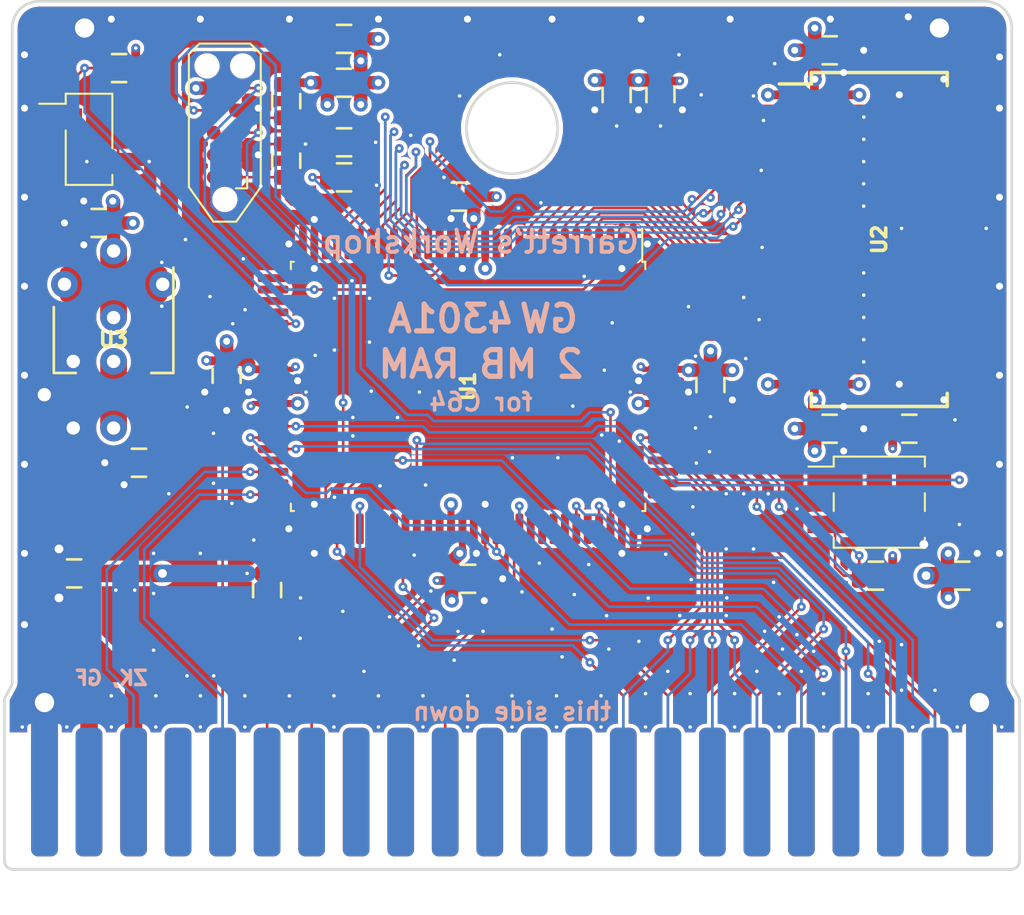
<source format=kicad_pcb>
(kicad_pcb (version 20221018) (generator pcbnew)
  (title_block (title "GW4301A") (date "2021-05-02") (rev "1.2") (company "Garrett's Workshop"))
  (layers (0 "F.Cu" signal) (1 "In1.Cu" power) (2 "In2.Cu" power) (31 "B.Cu" signal) (34 "B.Paste" user) (35 "F.Paste" user) (36 "B.SilkS" user "B.Silkscreen") (37 "F.SilkS" user "F.Silkscreen") (38 "B.Mask" user) (39 "F.Mask" user) (44 "Edge.Cuts" user))
  (net 0 "")
  (net 1 "+5V")
  (net 2 "GND")
  (net 3 "+3V3")
  (net 4 "/TCK")
  (net 5 "/TDO")
  (net 6 "/TMS")
  (net 7 "/~{RESET}")
  (net 8 "/TDI")
  (net 9 "/D3")
  (net 10 "/D2")
  (net 11 "/D4")
  (net 12 "/D1")
  (net 13 "/D5")
  (net 14 "/D0")
  (net 15 "/D6")
  (net 16 "/D7")
  (net 17 "/RA10")
  (net 18 "/RA8")
  (net 19 "/RA9")
  (net 20 "/~{RAS}")
  (net 21 "/RA0")
  (net 22 "/RA1")
  (net 23 "/RA2")
  (net 24 "/RA3")
  (net 25 "/RA4")
  (net 26 "/RA5")
  (net 27 "/RA6")
  (net 28 "/RA7")
  (net 29 "/~{CAS}")
  (net 30 "/RA11")
  (net 31 "/A3")
  (net 32 "/A2")
  (net 33 "/A5")
  (net 34 "/A6")
  (net 35 "/A11")
  (net 36 "/A10")
  (net 37 "/A14")
  (net 38 "/A13")
  (net 39 "/A4")
  (net 40 "/A7")
  (net 41 "/A9")
  (net 42 "/A12")
  (net 43 "/A8")
  (net 44 "/A1")
  (net 45 "/~{DMA}")
  (net 46 "/BA")
  (net 47 "/~{ROML}")
  (net 48 "/~{IO2}")
  (net 49 "/~{EXROM}")
  (net 50 "/~{GAME}")
  (net 51 "/~{IO1}")
  (net 52 "/DotClk")
  (net 53 "/R~{W}")
  (net 54 "/~{IRQ}")
  (net 55 "/~{ROMH}")
  (net 56 "/~{NMI}")
  (net 57 "/PHI2")
  (net 58 "/A15")
  (net 59 "/A0")
  (net 60 "/RD7")
  (net 61 "/RD6")
  (net 62 "/RD0")
  (net 63 "/RD5")
  (net 64 "/RD1")
  (net 65 "/RD4")
  (net 66 "/RD2")
  (net 67 "/RD3")
  (net 68 "/R~{WE}")
  (net 69 "Net-(R3-Pad2)")
  (net 70 "/~{Mode}")
  (net 71 "/Size0")
  (net 72 "/Size1")
  (net 73 "Net-(C14-Pad1)")
  (net 74 "Net-(J2-Pad10)")
  (net 75 "Net-(J2-Pad9)")
  (net 76 "Net-(J2-Pad8)")
  (net 77 "Net-(U1-Pad43)")
  (net 78 "Net-(U1-Pad36)")
  (net 79 "Net-(U1-Pad32)")
  (net 80 "Net-(U1-Pad31)")
  (net 81 "Net-(U1-Pad13)")
  (net 82 "Net-(U1-Pad12)")
  (net 83 "Net-(U1-Pad11)")
  (net 84 "Net-(U1-Pad71)")
  (net 85 "Net-(U1-Pad49)")
  (net 86 "Net-(U1-Pad47)")
  (net 87 "Net-(U1-Pad38)")
  (net 88 "Net-(U1-Pad37)")
  (net 89 "Net-(U1-Pad33)")
  (net 90 "Net-(U1-Pad76)")
  (net 91 "Net-(U1-Pad74)")
  (net 92 "Net-(U1-Pad73)")
  (net 93 "Net-(U1-Pad72)")
  (net 94 "Net-(U1-Pad60)")
  (net 95 "Net-(U1-Pad59)")
  (net 96 "Net-(U1-Pad58)")
  (net 97 "Net-(U1-Pad57)")
  (footprint "stdpads:Fiducial" (layer "F.Cu") (at 158.75 85.471)
    (fp_text reference "FID3" hide)
    (fp_text value "Fiducial" hide)
  )
  (footprint "stdpads:PasteHole_1.1mm_PTH" (layer "F.Cu") (at 107.696 49.53)
    (fp_text reference "H1")
    (fp_text value " " hide)
  )
  (footprint "stdpads:PasteHole_1.1mm_PTH" (layer "F.Cu") (at 105.41 88.011)
    (fp_text reference "H4")
    (fp_text value " " hide)
  )
  (footprint "stdpads:C_0805" (layer "F.Cu") (at 115.8 69.3625 -90)
    (fp_text reference "C9")
    (fp_text value "2u2")
  )
  (footprint "stdpads:C_0805" (layer "F.Cu") (at 129.05 59.15 180)
    (fp_text reference "C6")
    (fp_text value "2u2")
  )
  (footprint "stdpads:C_0805" (layer "F.Cu") (at 143.4 69.9 -90)
    (fp_text reference "C7")
    (fp_text value "2u2")
  )
  (footprint "stdpads:SOJ-28-300mil" (layer "F.Cu") (at 153.035 61.595)
    (fp_text reference "U2")
    (fp_text value "DRAM_2Mx8")
  )
  (footprint "stdpads:C_0805" (layer "F.Cu") (at 150.202 50.8)
    (fp_text reference "C10")
    (fp_text value "2u2")
  )
  (footprint "stdpads:C_0805" (layer "F.Cu") (at 107.1 80.645 180)
    (fp_text reference "C1")
    (fp_text value "2u2")
  )
  (footprint "stdpads:Fiducial" (layer "F.Cu") (at 105.41 85.471)
    (fp_text reference "FID4" hide)
    (fp_text value "Fiducial" hide)
  )
  (footprint "stdpads:PasteHole_1.1mm_PTH" (layer "F.Cu") (at 156.464 49.53)
    (fp_text reference "H2")
    (fp_text value " " hide)
  )
  (footprint "stdpads:C_0805" (layer "F.Cu") (at 108.5 60.65 180)
    (fp_text reference "C5")
    (fp_text value "2u2")
  )
  (footprint "stdpads:C_0805" (layer "F.Cu") (at 150.202 72.39)
    (fp_text reference "C11")
    (fp_text value "2u2")
  )
  (footprint "stdpads:SOT-223" (layer "F.Cu") (at 109.35 67.3 90)
    (fp_text reference "U3")
    (fp_text value "LD1117S33")
  )
  (footprint "Connector_PinHeader_2.54mm:PinHeader_1x02_P2.54mm_Vertical_SMD_Pin1Left" (layer "F.Cu") (at 107.95 55.88)
    (fp_text reference "JP1" hide)
    (fp_text value "Mode" hide)
  )
  (footprint "stdpads:C_0805" (layer "F.Cu") (at 110.8 74.331 180)
    (fp_text reference "C2")
    (fp_text value "2u2")
  )
  (footprint "stdpads:R_0805" (layer "F.Cu") (at 122.5 52.65 180)
    (fp_text reference "R2")
    (fp_text value "0")
  )
  (footprint "stdpads:R_0805" (layer "F.Cu") (at 122.5 50.15 180)
    (fp_text reference "R1")
    (fp_text value "0")
  )
  (footprint "stdpads:R_0805" (layer "F.Cu") (at 122.5 58.05)
    (fp_text reference "R3")
    (fp_text value "1k")
  )
  (footprint "stdpads:R_0805" (layer "F.Cu") (at 154.747 72.39)
    (fp_text reference "R5")
    (fp_text value "22k")
  )
  (footprint "stdpads:PQFP-100_14x20mm_P0.65mm" (layer "F.Cu") (at 129.575 69.975 -90)
    (fp_text reference "U1")
    (fp_text value "M5LV-PQFP100")
  )
  (footprint "stdpads:C_0805" (layer "F.Cu") (at 122.5 56.05)
    (fp_text reference "C14")
    (fp_text value "10p")
  )
  (footprint "stdpads:C_0805" (layer "F.Cu") (at 157.773 80.772)
    (fp_text reference "C4")
    (fp_text value "2u2")
  )
  (footprint "stdpads:PasteHole_1.1mm_PTH" (layer "F.Cu") (at 158.75 88.011)
    (fp_text reference "H3")
    (fp_text value " " hide)
  )
  (footprint "stdpads:R_0805" (layer "F.Cu") (at 118.11 81.595 -90)
    (fp_text reference "R4")
    (fp_text value "470")
  )
  (footprint "stdpads:C_0805" (layer "F.Cu") (at 129.575 80.95)
    (fp_text reference "C8")
    (fp_text value "2u2")
  )
  (footprint "stdpads:Fiducial" (layer "F.Cu") (at 105.0925 49.53)
    (fp_text reference "FID1" hide)
    (fp_text value "Fiducial" hide)
  )
  (footprint "stdpads:Fiducial" (layer "F.Cu") (at 159.0675 49.53)
    (fp_text reference "FID2" hide)
    (fp_text value "Fiducial" hide)
  )
  (footprint "stdpads:R_0805" (layer "F.Cu") (at 119.2 57.1 90)
    (fp_text reference "R9")
    (fp_text value "22k")
  )
  (footprint "stdpads:R_0805" (layer "F.Cu") (at 119.2 53.7 -90)
    (fp_text reference "R8")
    (fp_text value "22k")
  )
  (footprint "stdpads:C_0805" (layer "F.Cu") (at 140.55 53.35 -90)
    (fp_text reference "C13")
    (fp_text value "2u2")
  )
  (footprint "stdpads:C_0805" (layer "F.Cu") (at 138.05 53.35 -90)
    (fp_text reference "C12")
    (fp_text value "2u2")
  )
  (footprint "stdpads:R_0805" (layer "F.Cu") (at 152.842 80.772 180)
    (fp_text reference "R6")
    (fp_text value "22k")
  )
  (footprint "stdpads:R_0805" (layer "F.Cu") (at 109.662 51.816 180)
    (fp_text reference "R7")
    (fp_text value "22k")
  )
  (footprint "Connector_PinHeader_2.54mm:PinHeader_2x02_P2.54mm_Vertical_SMD" (layer "F.Cu") (at 153.035 76.581)
    (fp_text reference "JP2" hide)
    (fp_text value "Size" hide)
  )
  (footprint "Connector:Tag-Connect_TC2050-IDC-NL_2x05_P1.27mm_Vertical" (layer "F.Cu") (at 115.697 55.499 90)
    (fp_text reference "J2" hide)
    (fp_text value "JTAG")
  )
  (footprint "stdpads:AppleIIgsMemoryExpansion_Edge" (layer "B.Cu") (at 132.08 93.218 180)
    (fp_text reference "J1")
    (fp_text value "C64")
  )
  (gr_arc (start 161.036 97.028) (mid 160.88721 97.38721) (end 160.528 97.536) (stroke (width 0.15)) (layer "Edge.Cuts"))
  (gr_line (start 160.528 97.536) (end 103.632 97.536) (stroke (width 0.15)) (layer "Edge.Cuts"))
  (gr_arc (start 103.5685 49.53) (mid 104.014869 48.452369) (end 105.0925 48.006) (stroke (width 0.15)) (layer "Edge.Cuts"))
  (gr_arc (start 103.632 97.536) (mid 103.27279 97.38721) (end 103.124 97.028) (stroke (width 0.15)) (layer "Edge.Cuts"))
  (gr_line (start 161.036 87.884) (end 161.036 97.028) (stroke (width 0.15)) (layer "Edge.Cuts"))
  (gr_arc (start 159.0675 48.006) (mid 160.145131 48.452369) (end 160.5915 49.53) (stroke (width 0.15)) (layer "Edge.Cuts"))
  (gr_line (start 103.124 87.884) (end 103.124 97.028) (stroke (width 0.15)) (layer "Edge.Cuts"))
  (gr_arc (start 103.124 87.884) (mid 103.136982 87.78539) (end 103.175044 87.6935) (stroke (width 0.15)) (layer "Edge.Cuts"))
  (gr_line (start 160.5915 49.53) (end 160.5915 86.868) (stroke (width 0.15)) (layer "Edge.Cuts"))
  (gr_line (start 103.5685 49.53) (end 103.5685 86.868) (stroke (width 0.15)) (layer "Edge.Cuts"))
  (gr_circle (center 132.08 55.245) (end 134.68 55.245) (stroke (width 0.15)) (fill none) (layer "Edge.Cuts"))
  (gr_arc (start 160.642544 87.0585) (mid 160.604482 86.96661) (end 160.5915 86.868) (stroke (width 0.15)) (layer "Edge.Cuts"))
  (gr_arc (start 160.984956 87.6935) (mid 161.023018 87.78539) (end 161.036 87.884) (stroke (width 0.15)) (layer "Edge.Cuts"))
  (gr_line (start 160.642544 87.0585) (end 160.984956 87.6935) (stroke (width 0.15)) (layer "Edge.Cuts"))
  (gr_line (start 103.517456 87.0585) (end 103.175044 87.6935) (stroke (width 0.15)) (layer "Edge.Cuts"))
  (gr_arc (start 103.5685 86.868) (mid 103.555518 86.96661) (end 103.517456 87.0585) (stroke (width 0.15)) (layer "Edge.Cuts"))
  (gr_line (start 159.0675 48.006) (end 105.0925 48.006) (stroke (width 0.15)) (layer "Edge.Cuts"))
  (gr_text "for C64" (at 130.302 70.866) (layer "B.SilkS") (effects (font (size 1.016 1.016) (thickness 0.2)) (justify mirror)))
  (gr_text "4301A" (at 128.5918 66.116) (layer "B.SilkS") (effects (font (size 1.524 1.524) (thickness 0.3)) (justify mirror)))
  (gr_text "GW" (at 134.1798 66.116) (layer "B.SilkS") (effects (font (size 1.524 1.524) (thickness 0.3)) (justify mirror)))
  (gr_text "Garrett’s Workshop" (at 130.302 61.722) (layer "B.SilkS") (effects (font (size 1.27 1.27) (thickness 0.225)) (justify mirror)))
  (gr_text "2 MB RAM" (at 130.302 68.707) (layer "B.SilkS") (effects (font (size 1.524 1.524) (thickness 0.3)) (justify mirror)))
  (gr_text "this side down" (at 132.08 88.519) (layer "B.SilkS") (effects (font (size 1.016 1.016) (thickness 0.2)) (justify mirror)))
  (gr_text "ZK, GF" (at 109.22 86.614) (layer "B.SilkS") (effects (font (size 0.8128 0.8128) (thickness 0.2032)) (justify mirror)))
  (segment (start 138.05 52.5) (end 139.3 52.5) (width 0.762) (layer "F.Cu") (net 1))
  (segment (start 140.6 52.55) (end 141.65 52.55) (width 0.5) (layer "F.Cu") (net 1))
  (segment (start 138.05 52.5) (end 136.8 52.5) (width 0.762) (layer "F.Cu") (net 1))
  (segment (start 140.55 52.5) (end 140.6 52.55) (width 0.5) (layer "F.Cu") (net 1))
  (segment (start 139.3 52.5) (end 140.55 52.5) (width 0.762) (layer "F.Cu") (net 1))
  (segment (start 149.335 53.34) (end 146.685 53.34) (width 0.5) (layer "F.Cu") (net 1))
  (segment (start 113.919 63.373) (end 113.919 64.931) (width 1) (layer "F.Cu") (net 1))
  (segment (start 109.22 85.725) (end 110.49 86.995) (width 1) (layer "F.Cu") (net 1))
  (segment (start 149.335 53.34) (end 151.892 53.34) (width 0.5) (layer "F.Cu") (net 1))
  (segment (start 110.49 86.995) (end 109.855 86.36) (width 1) (layer "F.Cu") (net 1))
  (segment (start 111.65 67.2) (end 111.65 70.45) (width 1) (layer "F.Cu") (net 1))
  (segment (start 149.352 50.8) (end 149.352 52.451) (width 0.762) (layer "F.Cu") (net 1))
  (segment (start 121.55 50.15) (end 120.65 50.15) (width 0.762) (layer "F.Cu") (net 1))
  (segment (start 123.45 52.65) (end 123.45 53.9) (width 0.762) (layer "F.Cu") (net 1))
  (segment (start 107.95 80.645) (end 112.141 80.645) (width 1) (layer "F.Cu") (net 1))
  (segment (start 109.22 85.725) (end 107.95 84.455) (width 1) (layer "F.Cu") (net 1))
  (segment (start 113.919 64.931) (end 111.65 67.2) (width 1) (layer "F.Cu") (net 1))
  (segment (start 149.335 69.85) (end 146.685 69.85) (width 0.5) (layer "F.Cu") (net 1))
  (segment (start 108.585 86.36) (end 108.331 86.106) (width 1) (layer "F.Cu") (net 1))
  (segment (start 123.45 50.15) (end 123.45 51.4) (width 0.762) (layer "F.Cu") (net 1))
  (segment (start 120.65 50.15) (end 113.299 50.15) (width 1) (layer "F.Cu") (net 1))
  (segment (start 149.335 53.34) (end 149.335 52.468) (width 0.5) (layer "F.Cu") (net 1))
  (segment (start 111.65 74.331) (end 111.65 75.675) (width 1) (layer "F.Cu") (net 1))
  (segment (start 113.299 50.15) (end 112.522 50.927) (width 1) (layer "F.Cu") (net 1))
  (segment (start 112.522 61.976) (end 113.919 63.373) (width 1) (layer "F.Cu") (net 1))
  (segment (start 107.95 93.118) (end 107.95 86.995) (width 1) (layer "F.Cu") (net 1))
  (segment (start 149.352 72.39) (end 149.352 73.66) (width 0.762) (layer "F.Cu") (net 1))
  (segment (start 107.95 84.455) (end 107.95 80.645) (width 1) (layer "F.Cu") (net 1))
  (segment (start 149.335 52.468) (end 149.352 52.451) (width 0.5) (layer "F.Cu") (net 1))
  (segment (start 112.522 50.927) (end 112.522 61.976) (width 1) (layer "F.Cu") (net 1))
  (segment (start 149.335 69.85) (end 151.892 69.85) (width 0.5) (layer "F.Cu") (net 1))
  (segment (start 110.49 86.995) (end 110.49 92.5068) (width 1) (layer "F.Cu") (net 1))
  (segment (start 111.65 75.675) (end 107.95 79.375) (width 1) (layer "F.Cu") (net 1))
  (segment (start 149.335 70.722) (end 149.352 70.739) (width 0.5) (layer "F.Cu") (net 1))
  (segment (start 123.45 51.4) (end 123.45 52.65) (width 0.762) (layer "F.Cu") (net 1))
  (segment (start 111.65 70.45) (end 111.65 74.331) (width 1) (layer "F.Cu") (net 1))
  (segment (start 107.95 80.645) (end 107.95 79.375) (width 1) (layer "F.Cu") (net 1))
  (segment (start 123.45 52.65) (end 124.45 52.65) (width 0.762) (layer "F.Cu") (net 1))
  (segment (start 123.45 50.15) (end 124.45 50.15) (width 0.762) (layer "F.Cu") (net 1))
  (segment (start 107.95 86.995) (end 109.22 85.725) (width 1) (layer "F.Cu") (net 1))
  (segment (start 149.335 69.85) (end 149.335 70.722) (width 0.5) (layer "F.Cu") (net 1))
  (segment (start 149.352 50.8) (end 148.209 50.8) (width 0.762) (layer "F.Cu") (net 1))
  (segment (start 149.352 72.39) (end 148.209 72.39) (width 0.762) (layer "F.Cu") (net 1))
  (segment (start 108.331 86.106) (end 108.077 86.106) (width 1) (layer "F.Cu") (net 1))
  (segment (start 121.55 50.15) (end 123.45 50.15) (width 0.762) (layer "F.Cu") (net 1))
  (segment (start 107.95 86.995) (end 107.95 84.455) (width 1) (layer "F.Cu") (net 1))
  (segment (start 149.352 70.739) (end 149.352 72.39) (width 0.762) (layer "F.Cu") (net 1))
  (segment (start 118.11 80.645) (end 116.967 80.645) (width 0.508) (layer "F.Cu") (net 1))
  (segment (start 149.352 50.8) (end 149.352 49.53) (width 0.762) (layer "F.Cu") (net 1))
  (segment (start 109.855 86.36) (end 108.585 86.36) (width 1) (layer "F.Cu") (net 1))
  (via (at 139.3 52.5) (size 0.8) (drill 0.4) (layers "F.Cu" "B.Cu") (net 1))
  (via (at 141.65 52.55) (size 0.5) (drill 0.2) (layers "F.Cu" "B.Cu") (net 1))
  (via (at 136.8 52.5) (size 0.8) (drill 0.4) (layers "F.Cu" "B.Cu") (net 1))
  (via (at 123.45 51.4) (size 0.8) (drill 0.4) (layers "F.Cu" "B.Cu") (net 1))
  (via (at 148.209 50.8) (size 0.8) (drill 0.4) (layers "F.Cu" "B.Cu") (net 1))
  (via (at 149.352 52.451) (size 0.8) (drill 0.4) (layers "F.Cu" "B.Cu") (net 1))
  (via (at 151.892 53.34) (size 0.8) (drill 0.4) (layers "F.Cu" "B.Cu") (net 1))
  (via (at 149.352 52.451) (size 0.8) (drill 0.4) (layers "F.Cu" "B.Cu") (net 1))
  (via (at 149.352 73.66) (size 0.8) (drill 0.4) (layers "F.Cu" "B.Cu") (net 1))
  (via (at 151.892 69.85) (size 0.8) (drill 0.4) (layers "F.Cu" "B.Cu") (net 1))
  (via (at 116.967 80.645) (size 0.5) (drill 0.2) (layers "F.Cu" "B.Cu") (net 1))
  (via (at 148.209 72.39) (size 0.8) (drill 0.4) (layers "F.Cu" "B.Cu") (net 1))
  (via (at 149.352 70.739) (size 0.8) (drill 0.4) (layers "F.Cu" "B.Cu") (net 1))
  (via (at 112.141 80.645) (size 1) (drill 0.5) (layers "F.Cu" "B.Cu") (net 1))
  (via (at 124.45 50.15) (size 0.8) (drill 0.4) (layers "F.Cu" "B.Cu") (net 1))
  (via (at 123.45 53.9) (size 0.8) (drill 0.4) (layers "F.Cu" "B.Cu") (net 1))
  (via (at 146.685 69.85) (size 0.8) (drill 0.4) (layers "F.Cu" "B.Cu") (net 1))
  (via (at 146.685 53.34) (size 0.8) (drill 0.4) (layers "F.Cu" "B.Cu") (net 1))
  (via (at 124.45 52.65) (size 0.8) (drill 0.4) (layers "F.Cu" "B.Cu") (net 1))
  (via (at 149.352 49.53) (size 0.8) (drill 0.4) (layers "F.Cu" "B.Cu") (net 1))
  (segment (start 112.141 80.645) (end 116.967 80.645) (width 1) (layer "B.Cu") (net 1))
  (segment (start 115.8 70.3) (end 115.8 71.35) (width 0.762) (layer "F.Cu") (net 2))
  (segment (start 115.8 70.3) (end 114.55 70.3) (width 0.762) (layer "F.Cu") (net 2))
  (segment (start 117.05 70.3) (end 115.8 70.3) (width 0.762) (layer "F.Cu") (net 2))
  (segment (start 118.45 70.3) (end 117.05 70.3) (width 0.4) (layer "F.Cu") (net 2))
  (segment (start 118.45 69.65) (end 119.85 69.65) (width 0.4) (layer "F.Cu") (net 2))
  (segment (start 140.7 69.65) (end 139.3 69.65) (width 0.4) (layer "F.Cu") (net 2))
  (segment (start 130.5125 80.95) (end 131.55 80.95) (width 0.762) (layer "F.Cu") (net 2))
  (segment (start 130.55 78.1) (end 130.55 76.7) (width 0.4) (layer "F.Cu") (net 2))
  (segment (start 139 61.85) (end 139.8 61.85) (width 0.4) (layer "F.Cu") (net 2))
  (segment (start 138.35 61.85) (end 138.35 63.25) (width 0.45) (layer "F.Cu") (net 2))
  (segment (start 139 78.1) (end 139.8 78.1) (width 0.4) (layer "F.Cu") (net 2))
  (segment (start 138.35 78.1) (end 138.35 79.5) (width 0.4) (layer "F.Cu") (net 2))
  (segment (start 138.35 78.1) (end 138.35 76.7) (width 0.4) (layer "F.Cu") (net 2))
  (segment (start 120.8 78.1) (end 120.8 79.5) (width 0.4) (layer "F.Cu") (net 2))
  (segment (start 120.8 78.1) (end 120.8 76.7) (width 0.4) (layer "F.Cu") (net 2))
  (segment (start 120.15 78.1) (end 119.35 78.1) (width 0.4) (layer "F.Cu") (net 2))
  (segment (start 120.8 61.85) (end 120.8 63.25) (width 0.4) (layer "F.Cu") (net 2))
  (segment (start 120.8 61.85) (end 120.8 60.45) (width 0.4) (layer "F.Cu") (net 2))
  (segment (start 120.15 61.85) (end 119.35 61.85) (width 0.4) (layer "F.Cu") (net 2))
  (segment (start 129.25 61.85) (end 129.25 63.25) (width 0.4) (layer "F.Cu") (net 2))
  (segment (start 107.65 60.65) (end 106.55 60.65) (width 0.762) (layer "F.Cu") (net 2))
  (segment (start 107.65 60.65) (end 107.65 59.4) (width 0.762) (layer "F.Cu") (net 2))
  (segment (start 116.332 56.769) (end 117.602 56.769) (width 0.762) (layer "F.Cu") (net 2))
  (segment (start 158.623 80.772) (end 158.623 79.502) (width 0.762) (layer "F.Cu") (net 2))
  (segment (start 130.5125 80.95) (end 130.5125 79.9625) (width 0.762) (layer "F.Cu") (net 2))
  (segment (start 130.5125 79.9625) (end 130.05 79.5) (width 0.762) (layer "F.Cu") (net 2))
  (segment (start 129.9 78.1) (end 129.9 79.35) (width 0.4) (layer "F.Cu") (net 2))
  (segment (start 129.9 79.35) (end 130.05 79.5) (width 0.5) (layer "F.Cu") (net 2))
  (segment (start 130.5125 80.95) (end 130.5125 82.1875) (width 0.762) (layer "F.Cu") (net 2))
  (segment (start 130.5125 82.1875) (end 130.5 82.2) (width 0.762) (layer "F.Cu") (net 2))
  (segment (start 140.55 54.2) (end 141.8 54.2) (width 0.762) (layer "F.Cu") (net 2))
  (segment (start 138.05 54.2) (end 136.8 54.2) (width 0.762) (layer "F.Cu") (net 2))
  (segment (start 138.05 54.2) (end 139.3 54.2) (width 0.762) (layer "F.Cu") (net 2))
  (segment (start 138.05 54.2) (end 138.05 55.118) (width 0.5) (layer "F.Cu") (net 2))
  (segment (start 140.55 54.2) (end 139.3 54.2) (width 0.762) (layer "F.Cu") (net 2))
  (segment (start 140.55 54.2) (end 140.55 55.118) (width 0.5) (layer "F.Cu") (net 2))
  (segment (start 151.052 50.8) (end 151.052 52.021) (width 0.762) (layer "F.Cu") (net 2))
  (segment (start 120.15 61.85) (end 120.15 62.9) (width 0.4) (layer "F.Cu") (net 2))
  (segment (start 109.605 57.15) (end 107.823 57.15) (width 0.5) (layer "F.Cu") (net 2))
  (segment (start 156.735 60.96) (end 159.131 60.96) (width 0.5) (layer "F.Cu") (net 2))
  (segment (start 156.735 52.468) (end 156.718 52.451) (width 0.5) (layer "F.Cu") (net 2))
  (segment (start 151.052 50.8) (end 152.146 50.8) (width 0.762) (layer "F.Cu") (net 2))
  (segment (start 143.4 70.75) (end 144.65 70.75) (width 0.762) (layer "F.Cu") (net 2))
  (segment (start 107.05 70.45) (end 107.05 72.35) (width 1.524) (layer "F.Cu") (net 2))
  (segment (start 151.052 73.611) (end 151.003 73.66) (width 0.762) (layer "F.Cu") (net 2))
  (segment (start 128.2 59.15) (end 127.5 59.15) (width 0.5) (layer "F.Cu") (net 2))
  (segment (start 140.7 69.65) (end 141.7 69.65) (width 0.4) (layer "F.Cu") (net 2))
  (segment (start 106.25 80.645) (end 105.41 80.645) (width 0.8) (layer "F.Cu") (net 2))
  (segment (start 159.893 79.502) (end 159.893 80.391) (width 0.762) (layer "F.Cu") (net 2))
  (segment (start 156.735 70.722) (end 156.718 70.739) (width 0.5) (layer "F.Cu") (net 2))
  (segment (start 139 61.85) (end 139 62.9) (width 0.4) (layer "F.Cu") (net 2))
  (segment (start 151.052 72.39) (end 151.052 73.611) (width 0.762) (layer "F.Cu") (net 2))
  (segment (start 151.052 49.706) (end 150.368 49.022) (width 0.762) (layer "F.Cu") (net 2))
  (segment (start 143.4 70.75) (end 142.4 70.75) (width 0.762) (layer "F.Cu") (net 2))
  (segment (start 151.052 52.021) (end 151.003 52.07) (width 0.762) (layer "F.Cu") (net 2))
  (segment (start 142.15 70.5) (end 142.15 70.3) (width 0.762) (layer "F.Cu") (net 2))
  (segment (start 109.95 74.331) (end 108.85 74.331) (width 0.762) (layer "F.Cu") (net 2))
  (segment (start 107.05 70.45) (end 107.05 68.55) (width 1.524) (layer "F.Cu") (net 2))
  (segment (start 158.75 93.118) (end 158.75 88.011) (width 1.524) (layer "F.Cu") (net 2))
  (segment (start 156.735 69.85) (end 154.178 69.85) (width 0.5) (layer "F.Cu") (net 2))
  (segment (start 159.893 80.391) (end 159.512 80.772) (width 0.762) (layer "F.Cu") (net 2))
  (segment (start 128.2 59.15) (end 128.2 60.1) (width 0.762) (layer "F.Cu") (net 2))
  (segment (start 159.131 53.34) (end 159.893 54.102) (width 0.5) (layer "F.Cu") (net 2))
  (segment (start 119.45 70.3) (end 120.33 70.3) (width 0.2) (layer "F.Cu") (net 2))
  (segment (start 128.2 59.15) (end 128.2 58.05) (width 0.5) (layer "F.Cu") (net 2))
  (segment (start 128.6 61.85) (end 128.6 60.4) (width 0.4) (layer "F.Cu") (net 2))
  (segment (start 155.56 78.979) (end 155.575 78.994) (width 1) (layer "F.Cu") (net 2))
  (segment (start 156.735 69.85) (end 159.385 69.85) (width 0.5) (layer "F.Cu") (net 2))
  (segment (start 138.35 61.85) (end 138.35 60.85) (width 0.4) (layer "F.Cu") (net 2))
  (segment (start 151.052 72.39) (end 151.052 71.169) (width 0.762) (layer "F.Cu") (net 2))
  (segment (start 120.15 61.85) (end 120.15 60.8) (width 0.4) (layer "F.Cu") (net 2))
  (segment (start 119.2 56.15) (end 120.3 56.15) (width 0.5) (layer "F.Cu") (net 2))
  (segment (start 155.56 77.851) (end 155.56 78.979) (width 1) (layer "F.Cu") (net 2))
  (segment (start 120.15 78.1) (end 120.15 79.15) (width 0.4) (layer "F.Cu") (net 2))
  (segment (start 139 78.1) (end 139 79.15) (width 0.4) (layer "F.Cu") (net 2))
  (segment (start 105.41 80.645) (end 104.267 79.502) (width 0.8) (layer "F.Cu") (net 2))
  (segment (start 118.45 70.3) (end 119.45 70.3) (width 0.4) (layer "F.Cu") (net 2))
  (segment (start 106.25 80.645) (end 106.25 79.2625) (width 1) (layer "F.Cu") (net 2))
  (segment (start 128.5 60.4) (end 128.6 60.4) (width 0.762) (layer "F.Cu") (net 2))
  (segment (start 107.05 70.45) (end 105.4 70.45) (width 1.524) (layer "F.Cu") (net 2))
  (segment (start 139 61.85) (end 139 60.85) (width 0.4) (layer "F.Cu") (net 2))
  (segment (start 106.25 79.2625) (end 106.2355 79.248) (width 1) (layer "F.Cu") (net 2))
  (segment (start 142.4 70.75) (end 142.15 70.5) (width 0.762) (layer "F.Cu") (net 2))
  (segment (start 159.385 69.85) (end 159.893 69.342) (width 0.5) (layer "F.Cu") (net 2))
  (segment (start 151.052 71.169) (end 151.003 71.12) (width 0.762) (layer "F.Cu") (net 2))
  (segment (start 156.735 60.96) (end 154.305 60.96) (width 0.5) (layer "F.Cu") (net 2))
  (segment (start 139.7 70.3) (end 138.83 70.3) (width 0.2) (layer "F.Cu") (net 2))
  (segment (start 109.95 74.331) (end 109.95 75.581) (width 0.762) (layer "F.Cu") (net 2))
  (segment (start 107.65 60.65) (end 107.65 61.9) (width 0.762) (layer "F.Cu") (net 2))
  (segment (start 155.56 77.851) (end 157.607 77.851) (width 0.5) (layer "F.Cu") (net 2))
  (segment (start 120.15 78.1) (end 120.15 77.05) (width 0.4) (layer "F.Cu") (net 2))
  (segment (start 151.052 72.39) (end 152.146 72.39) (width 0.762) (layer "F.Cu") (net 2))
  (segment (start 117.473 54.229) (end 117.602 54.1) (width 0.762) (layer "F.Cu") (net 2))
  (segment (start 156.735 53.34) (end 159.131 53.34) (width 0.5) (layer "F.Cu") (net 2))
  (segment (start 151.052 50.8) (end 151.052 49.706) (width 0.762) (layer "F.Cu") (net 2))
  (segment (start 128.2 60.1) (end 128.5 60.4) (width 0.762) (layer "F.Cu") (net 2))
  (segment (start 105.41 93.118) (end 105.41 88.011) (width 1.524) (layer "F.Cu") (net 2))
  (segment (start 129.25 61.85) (end 129.25 60.8) (width 0.4) (layer "F.Cu") (net 2))
  (segment (start 106.25 80.645) (end 106.25 82.0275) (width 1) (layer "F.Cu") (net 2))
  (segment (start 156.735 53.34) (end 156.735 52.468) (width 0.5) (layer "F.Cu") (net 2))
  (segment (start 128.6 61.85) (end 128.6 62.9) (width 0.4) (layer "F.Cu") (net 2))
  (segment (start 140.7 70.3) (end 142.15 70.3) (width 0.4) (layer "F.Cu") (net 2))
  (segment (start 159.512 80.772) (end 158.623 80.772) (width 0.762) (layer "F.Cu") (net 2))
  (segment (start 150.51 74.153) (end 150.51 75.311) (width 1) (layer "F.Cu") (net 2))
  (segment (start 139 78.1) (end 139 77.05) (width 0.4) (layer "F.Cu") (net 2))
  (segment (start 156.735 69.85) (end 156.735 70.722) (width 0.5) (layer "F.Cu") (net 2))
  (segment (start 123.35 56.05) (end 124.3 56.05) (width 0.5) (layer "F.Cu") (net 2))
  (segment (start 143.4 70.75) (end 143.4 71.7) (width 0.5) (layer "F.Cu") (net 2))
  (segment (start 150.368 49.022) (end 150.241 49.022) (width 0.762) (layer "F.Cu") (net 2))
  (segment (start 151.003 73.66) (end 150.51 74.153) (width 1) (layer "F.Cu") (net 2))
  (segment (start 156.735 53.34) (end 154.178 53.34) (width 0.5) (layer "F.Cu") (net 2))
  (segment (start 109.605 57.15) (end 111.379 57.15) (width 0.5) (layer "F.Cu") (net 2))
  (segment (start 106.25 82.0275) (end 106.2355 82.042) (width 1) (layer "F.Cu") (net 2))
  (segment (start 140.7 70.3) (end 139.7 70.3) (width 0.4) (layer "F.Cu") (net 2))
  (segment (start 116.332 54.229) (end 117.473 54.229) (width 0.762) (layer "F.Cu") (net 2))
  (via (at 115.8 71.35) (size 0.8) (drill 0.4) (layers "F.Cu" "B.Cu") (net 2))
  (via (at 114.55 70.3) (size 0.8) (drill 0.4) (layers "F.Cu" "B.Cu") (net 2))
  (via (at 117.05 70.3) (size 0.8) (drill 0.4) (layers "F.Cu" "B.Cu") (net 2))
  (via (at 119.85 69.65) (size 0.8) (drill 0.4) (layers "F.Cu" "B.Cu") (net 2))
  (via (at 139.3 69.65) (size 0.8) (drill 0.4) (layers "F.Cu" "B.Cu") (net 2))
  (via (at 131.55 80.95) (size 0.8) (drill 0.4) (layers "F.Cu" "B.Cu") (net 2))
  (via (at 130.55 76.7) (size 0.8) (drill 0.4) (layers "F.Cu" "B.Cu") (net 2))
  (via (at 138.35 63.25) (size 0.8) (drill 0.4) (layers "F.Cu" "B.Cu") (net 2))
  (via (at 139.8 61.85) (size 0.8) (drill 0.4) (layers "F.Cu" "B.Cu") (net 2))
  (via (at 139.8 78.1) (size 0.8) (drill 0.4) (layers "F.Cu" "B.Cu") (net 2))
  (via (at 138.35 76.7) (size 0.8) (drill 0.4) (layers "F.Cu" "B.Cu") (net 2))
  (via (at 138.35 79.5) (size 0.8) (drill 0.4) (layers "F.Cu" "B.Cu") (net 2))
  (via (at 120.8 76.7) (size 0.8) (drill 0.4) (layers "F.Cu" "B.Cu") (net 2))
  (via (at 119.35 78.1) (size 0.8) (drill 0.4) (layers "F.Cu" "B.Cu") (net 2))
  (via (at 120.8 63.25) (size 0.8) (drill 0.4) (layers "F.Cu" "B.Cu") (net 2))
  (via (at 120.8 60.45) (size 0.8) (drill 0.4) (layers "F.Cu" "B.Cu") (net 2))
  (via (at 129.25 63.25) (size 0.8) (drill 0.4) (layers "F.Cu" "B.Cu") (net 2))
  (via (at 120.33 70.3) (size 0.5) (drill 0.2) (layers "F.Cu" "B.Cu") (net 2))
  (via (at 138.83 70.3) (size 0.5) (drill 0.2) (layers "F.Cu" "B.Cu") (net 2))
  (via (at 120.8 79.5) (size 0.8) (drill 0.4) (layers "F.Cu" "B.Cu") (net 2))
  (via locked (at 109.22 49.022) (size 0.8) (drill 0.4) (layers "F.Cu" "B.Cu") (net 2))
  (via locked (at 114.3 49.022) (size 0.8) (drill 0.4) (layers "F.Cu" "B.Cu") (net 2))
  (via locked (at 119.38 49.022) (size 0.8) (drill 0.4) (layers "F.Cu" "B.Cu") (net 2))
  (via locked (at 154.686 48.895) (size 0.8) (drill 0.4) (layers "F.Cu" "B.Cu") (net 2))
  (via locked (at 144.526 49.022) (size 0.8) (drill 0.4) (layers "F.Cu" "B.Cu") (net 2))
  (via locked (at 124.46 49.022) (size 0.8) (drill 0.4) (layers "F.Cu" "B.Cu") (net 2))
  (via locked (at 139.446 49.022) (size 0.8) (drill 0.4) (layers "F.Cu" "B.Cu") (net 2))
  (via locked (at 134.366 49.022) (size 0.8) (drill 0.4) (layers "F.Cu" "B.Cu") (net 2))
  (via locked (at 129.54 49.022) (size 0.8) (drill 0.4) (layers "F.Cu" "B.Cu") (net 2))
  (via locked (at 104.267 59.182) (size 0.8) (drill 0.4) (layers "F.Cu" "B.Cu") (net 2))
  (via locked (at 104.267 69.342) (size 0.8) (drill 0.4) (layers "F.Cu" "B.Cu") (net 2))
  (via locked (at 104.267 54.102) (size 0.8) (drill 0.4) (layers "F.Cu" "B.Cu") (net 2))
  (via locked (at 104.267 64.262) (size 0.8) (drill 0.4) (layers "F.Cu" "B.Cu") (net 2))
  (via (at 116.84 87.63) (size 0.5) (drill 0.2) (layers "F.Cu" "B.Cu") (net 2))
  (via (at 120.015 82.042) (size 0.5) (drill 0.2) (layers "F.Cu" "B.Cu") (net 2))
  (via (at 114.3 79.502) (size 0.5) (drill 0.2) (layers "F.Cu" "B.Cu") (net 2))
  (via (at 117.348 78.74) (size 0.5) (drill 0.2) (layers "F.Cu" "B.Cu") (net 2))
  (via (at 157.353 71.882) (size 0.5) (drill 0.2) (layers "F.Cu" "B.Cu") (net 2))
  (via (at 147.066 51.562) (size 0.5) (drill 0.2) (layers "F.Cu" "B.Cu") (net 2))
  (via (at 142.24 87.503) (size 0.5) (drill 0.2) (layers "F.Cu" "B.Cu") (net 2))
  (via (at 139.7 87.503) (size 0.5) (drill 0.2) (layers "F.Cu" "B.Cu") (net 2))
  (via (at 132.08 87.63) (size 0.5) (drill 0.2) (layers "F.Cu" "B.Cu") (net 2))
  (via (at 127 87.63) (size 0.5) (drill 0.2) (layers "F.Cu" "B.Cu") (net 2))
  (via (at 124.46 87.63) (size 0.5) (drill 0.2) (layers "F.Cu" "B.Cu") (net 2))
  (via (at 121.92 87.63) (size 0.5) (drill 0.2) (layers "F.Cu" "B.Cu") (net 2))
  (via (at 137.16 87.63) (size 0.5) (drill 0.2) (layers "F.Cu" "B.Cu") (net 2))
  (via (at 149.86 87.503) (size 0.5) (drill 0.2) (layers "F.Cu" "B.Cu") (net 2))
  (via (at 152.4 87.503) (size 0.5) (drill 0.2) (layers "F.Cu" "B.Cu") (net 2))
  (via (at 127.45 81.65) (size 0.5) (drill 0.2) (layers "F.Cu" "B.Cu") (net 2))
  (via (at 106.55 60.65) (size 0.8) (drill 0.4) (layers "F.Cu" "B.Cu") (net 2))
  (via (at 107.65 59.4) (size 0.8) (drill 0.4) (layers "F.Cu" "B.Cu") (net 2))
  (via (at 119.35 61.85) (size 0.8) (drill 0.4) (layers "F.Cu" "B.Cu") (net 2))
  (via locked (at 146.431 54.8005) (size 0.5) (drill 0.2) (layers "F.Cu" "B.Cu") (net 2))
  (via locked (at 152.146 63.5) (size 0.5) (drill 0.2) (layers "F.Cu" "B.Cu") (net 2))
  (via locked (at 152.146 64.77) (size 0.5) (drill 0.2) (layers "F.Cu" "B.Cu") (net 2))
  (via locked (at 152.146 66.04) (size 0.5) (drill 0.2) (layers "F.Cu" "B.Cu") (net 2))
  (via locked (at 152.146 67.31) (size 0.5) (drill 0.2) (layers "F.Cu" "B.Cu") (net 2))
  (via locked (at 152.146 68.58) (size 0.5) (drill 0.2) (layers "F.Cu" "B.Cu") (net 2))
  (via locked (at 152.146 59.69) (size 0.5) (drill 0.2) (layers "F.Cu" "B.Cu") (net 2))
  (via locked (at 152.146 57.15) (size 0.5) (drill 0.2) (layers "F.Cu" "B.Cu") (net 2))
  (via locked (at 152.146 55.88) (size 0.5) (drill 0.2) (layers "F.Cu" "B.Cu") (net 2))
  (via locked (at 152.146 54.61) (size 0.5) (drill 0.2) (layers "F.Cu" "B.Cu") (net 2))
  (via locked (at 152.146 58.42) (size 0.5) (drill 0.2) (layers "F.Cu" "B.Cu") (net 2))
  (via (at 150.241 49.022) (size 0.8) (drill 0.4) (layers "F.Cu" "B.Cu") (net 2))
  (via locked (at 124.35 58.5) (size 0.5) (drill 0.2) (layers "F.Cu" "B.Cu") (net 2))
  (via locked (at 120.85 68.2) (size 0.5) (drill 0.2) (layers "F.Cu" "B.Cu") (net 2))
  (via (at 154.305 87.3125) (size 0.5) (drill 0.2) (layers "F.Cu" "B.Cu") (net 2))
  (via (at 154.305 84.709) (size 0.5) (drill 0.2) (layers "F.Cu" "B.Cu") (net 2))
  (via locked (at 142.15 65.425) (size 0.5) (drill 0.2) (layers "F.Cu" "B.Cu") (net 2))
  (via (at 153.035 84.5185) (size 0.5) (drill 0.2) (layers "F.Cu" "B.Cu") (net 2))
  (via (at 156.21 87.3125) (size 0.5) (drill 0.2) (layers "F.Cu" "B.Cu") (net 2))
  (via locked (at 145.415 68.3895) (size 0.5) (drill 0.2) (layers "F.Cu" "B.Cu") (net 2))
  (via locked (at 142.55 68.25) (size 0.5) (drill 0.2) (layers "F.Cu" "B.Cu") (net 2))
  (via locked (at 136.2 63.7) (size 0.5) (drill 0.2) (layers "F.Cu" "B.Cu") (net 2))
  (via locked (at 121.95 67.9) (size 0.5) (drill 0.2) (layers "F.Cu" "B.Cu") (net 2))
  (via (at 116.1 76.65) (size 0.5) (drill 0.2) (layers "F.Cu" "B.Cu") (net 2))
  (via (at 113.55 71.15) (size 0.5) (drill 0.2) (layers "F.Cu" "B.Cu") (net 2))
  (via (at 115.05 72.65) (size 0.5) (drill 0.2) (layers "F.Cu" "B.Cu") (net 2))
  (via (at 128.778 85.598) (size 0.5) (drill 0.2) (layers "F.Cu" "B.Cu") (net 2))
  (via (at 134.62 87.63) (size 0.5) (drill 0.2) (layers "F.Cu" "B.Cu") (net 2))
  (via (at 137.6045 84.963) (size 0.5) (drill 0.2) (layers "F.Cu" "B.Cu") (net 2))
  (via (at 130.429 83.947) (size 0.5) (drill 0.2) (layers "F.Cu" "B.Cu") (net 2))
  (via (at 142.6 74.35) (size 0.5) (drill 0.2) (layers "F.Cu" "B.Cu") (net 2))
  (via (at 143.35 73.7) (size 0.5) (drill 0.2) (layers "F.Cu" "B.Cu") (net 2))
  (via locked (at 145.3 64.9) (size 0.5) (drill 0.2) (layers "F.Cu" "B.Cu") (net 2))
  (via (at 142.55 72.35) (size 0.5) (drill 0.2) (layers "F.Cu" "B.Cu") (net 2))
  (via (at 126.5 79.6) (size 0.5) (drill 0.2) (layers "F.Cu" "B.Cu") (net 2))
  (via (at 129 83.95) (size 0.5) (drill 0.2) (layers "F.Cu" "B.Cu") (net 2))
  (via (at 117.602 56.769) (size 0.8) (drill 0.4) (layers "F.Cu" "B.Cu") (net 2))
  (via (at 134.7 74.05) (size 0.5) (drill 0.2) (layers "F.Cu" "B.Cu") (net 2))
  (via locked (at 159.893 64.262) (size 0.8) (drill 0.4) (layers "F.Cu" "B.Cu") (net 2))
  (via locked (at 159.893 51.181) (size 0.8) (drill 0.4) (layers "F.Cu" "B.Cu") (net 2))
  (via locked (at 159.893 54.102) (size 0.8) (drill 0.4) (layers "F.Cu" "B.Cu") (net 2))
  (via locked (at 159.893 59.182) (size 0.8) (drill 0.4) (layers "F.Cu" "B.Cu") (net 2))
  (via locked (at 159.893 74.422) (size 0.8) (drill 0.4) (layers "F.Cu" "B.Cu") (net 2))
  (via locked (at 104.267 74.422) (size 0.8) (drill 0.4) (layers "F.Cu" "B.Cu") (net 2))
  (via (at 109.22 87.63) (size 0.5) (drill 0.2) (layers "F.Cu" "B.Cu") (net 2))
  (via (at 109.22 89.408) (size 0.5) (drill 0.2) (layers "F.Cu" "B.Cu") (net 2))
  (via (at 111.76 89.408) (size 0.5) (drill 0.2) (layers "F.Cu" "B.Cu") (net 2))
  (via (at 106.68 89.408) (size 0.5) (drill 0.2) (layers "F.Cu" "B.Cu") (net 2))
  (via (at 104.14 89.408) (size 0.5) (drill 0.2) (layers "F.Cu" "B.Cu") (net 2))
  (via (at 114.3 89.408) (size 0.5) (drill 0.2) (layers "F.Cu" "B.Cu") (net 2))
  (via (at 116.84 89.408) (size 0.5) (drill 0.2) (layers "F.Cu" "B.Cu") (net 2))
  (via (at 119.38 89.408) (size 0.5) (drill 0.2) (layers "F.Cu" "B.Cu") (net 2))
  (via (at 121.92 89.408) (size 0.5) (drill 0.2) (layers "F.Cu" "B.Cu") (net 2))
  (via (at 124.46 89.408) (size 0.5) (drill 0.2) (layers "F.Cu" "B.Cu") (net 2))
  (via (at 127 89.408) (size 0.5) (drill 0.2) (layers "F.Cu" "B.Cu") (net 2))
  (via (at 129.54 89.408) (size 0.5) (drill 0.2) (layers "F.Cu" "B.Cu") (net 2))
  (via (at 132.08 89.408) (size 0.5) (drill 0.2) (layers "F.Cu" "B.Cu") (net 2))
  (via (at 134.62 89.408) (size 0.5) (drill 0.2) (layers "F.Cu" "B.Cu") (net 2))
  (via (at 137.16 89.408) (size 0.5) (drill 0.2) (layers "F.Cu" "B.Cu") (net 2))
  (via (at 139.7 89.408) (size 0.5) (drill 0.2) (layers "F.Cu" "B.Cu") (net 2))
  (via (at 142.24 89.408) (size 0.5) (drill 0.2) (layers "F.Cu" "B.Cu") (net 2))
  (via (at 144.78 89.408) (size 0.5) (drill 0.2) (layers "F.Cu" "B.Cu") (net 2))
  (via (at 147.32 89.408) (size 0.5) (drill 0.2) (layers "F.Cu" "B.Cu") (net 2))
  (via (at 149.86 89.408) (size 0.5) (drill 0.2) (layers "F.Cu" "B.Cu") (net 2))
  (via (at 152.4 89.408) (size 0.5) (drill 0.2) (layers "F.Cu" "B.Cu") (net 2))
  (via (at 154.94 89.408) (size 0.5) (drill 0.2) (layers "F.Cu" "B.Cu") (net 2))
  (via (at 157.48 89.408) (size 0.5) (drill 0.2) (layers "F.Cu" "B.Cu") (net 2))
  (via (at 160.02 89.408) (size 0.5) (drill 0.2) (layers "F.Cu" "B.Cu") (net 2))
  (via (at 124.55 75.65) (size 0.5) (drill 0.2) (layers "F.Cu" "B.Cu") (net 2))
  (via (at 144.3 83.05) (size 0.5) (drill 0.2) (layers "F.Cu" "B.Cu") (net 2))
  (via (at 141.65 83.05) (size 0.5) (drill 0.2) (layers "F.Cu" "B.Cu") (net 2))
  (via (at 132.65 81.7) (size 0.5) (drill 0.2) (layers "F.Cu" "B.Cu") (net 2))
  (via (at 140.97 86.233) (size 0.5) (drill 0.2) (layers "F.Cu" "B.Cu") (net 2))
  (via (at 147.32 87.503) (size 0.5) (drill 0.2) (layers "F.Cu" "B.Cu") (net 2))
  (via (at 119.38 87.63) (size 0.5) (drill 0.2) (layers "F.Cu" "B.Cu") (net 2))
  (via (at 114.3 87.63) (size 0.5) (drill 0.2) (layers "F.Cu" "B.Cu") (net 2))
  (via (at 111.633 85.0265) (size 0.5) (drill 0.2) (layers "F.Cu" "B.Cu") (net 2))
  (via (at 144.78 87.503) (size 0.5) (drill 0.2) (layers "F.Cu" "B.Cu") (net 2))
  (via (at 149.2885 85.09) (size 0.5) (drill 0.2) (layers "F.Cu" "B.Cu") (net 2))
  (via (at 148.336 84.1375) (size 0.5) (drill 0.2) (layers "F.Cu" "B.Cu") (net 2))
  (via (at 148.59 86.233) (size 0.5) (drill 0.2) (layers "F.Cu" "B.Cu") (net 2))
  (via (at 147.5105 84.963) (size 0.5) (drill 0.2) (layers "F.Cu" "B.Cu") (net 2))
  (via (at 129.54 87.63) (size 0.5) (drill 0.2) (layers "F.Cu" "B.Cu") (net 2))
  (via (at 123.6345 86.233) (size 0.5) (drill 0.2) (layers "F.Cu" "B.Cu") (net 2))
  (via (at 113.538 86.487) (size 0.5) (drill 0.2) (layers "F.Cu" "B.Cu") (net 2))
  (via (at 115.062 86.487) (size 0.5) (drill 0.2) (layers "F.Cu" "B.Cu") (net 2))
  (via (at 125.095 83.1215) (size 0.5) (drill 0.2) (layers "F.Cu" "B.Cu") (net 2))
  (via (at 137.4775 83.058) (size 0.5) (drill 0.2) (layers "F.Cu" "B.Cu") (net 2))
  (via (at 147.0025 81.153) (size 0.5) (drill 0.2) (layers "F.Cu" "B.Cu") (net 2))
  (via (at 148.336 76.962) (size 0.5) (drill 0.2) (layers "F.Cu" "B.Cu") (net 2))
  (via (at 146.7 76.1) (size 0.5) (drill 0.2) (layers "F.Cu" "B.Cu") (net 2))
  (via (at 144.3 76.1) (size 0.5) (drill 0.2) (layers "F.Cu" "B.Cu") (net 2))
  (via (at 142.4 76.85) (size 0.5) (drill 0.2) (layers "F.Cu" "B.Cu") (net 2))
  (via (at 145.3 76.1) (size 0.5) (drill 0.2) (layers "F.Cu" "B.Cu") (net 2))
  (via (at 142.3 81) (size 0.5) (drill 0.2) (layers "F.Cu" "B.Cu") (net 2))
  (via (at 140.85 79.55) (size 0.5) (drill 0.2) (layers "F.Cu" "B.Cu") (net 2))
  (via (at 139.85 82.05) (size 0.5) (drill 0.2) (layers "F.Cu" "B.Cu") (net 2))
  (via (at 122.95 63.95) (size 0.5) (drill 0.2) (layers "F.Cu" "B.Cu") (net 2))
  (via (at 111.76 87.63) (size 0.5) (drill 0.2) (layers "F.Cu" "B.Cu") (net 2))
  (via (at 145.8595 79.248) (size 0.5) (drill 0.2) (layers "F.Cu" "B.Cu") (net 2))
  (via (at 114.85 64.85) (size 0.5) (drill 0.2) (layers "F.Cu" "B.Cu") (net 2))
  (via (at 113.45 61.6) (size 0.5) (drill 0.2) (layers "F.Cu" "B.Cu") (net 2))
  (via (at 112.1 62.9) (size 0.5) (drill 0.2) (layers "F.Cu" "B.Cu") (net 2))
  (via (at 112.1 65.4) (size 0.5) (drill 0.2) (layers "F.Cu" "B.Cu") (net 2))
  (via (at 139.319 84.5185) (size 0.5) (drill 0.2) (layers "F.Cu" "B.Cu") (net 2))
  (via (at 144.3355 82.042) (size 0.5) (drill 0.2) (layers "F.Cu" "B.Cu") (net 2))
  (via (at 142.4 78.4) (size 0.5) (drill 0.2) (layers "F.Cu" "B.Cu") (net 2))
  (via (at 116.75 62.7) (size 0.5) (drill 0.2) (layers "F.Cu" "B.Cu") (net 2))
  (via (at 144.3 79.25) (size 0.5) (drill 0.2) (layers "F.Cu" "B.Cu") (net 2))
  (via (at 146.4945 83.947) (size 0.5) (drill 0.2) (layers "F.Cu" "B.Cu") (net 2))
  (via (at 146.05 86.233) (size 0.5) (drill 0.2) (layers "F.Cu" "B.Cu") (net 2))
  (via (at 117.75 58.55) (size 0.5) (drill 0.2) (layers "F.Cu" "B.Cu") (net 2))
  (via (at 136.4615 80.137) (size 0.5) (drill 0.2) (layers "F.Cu" "B.Cu") (net 2))
  (via (at 126.746 84.7725) (size 0.5) (drill 0.2) (layers "F.Cu" "B.Cu") (net 2))
  (via (at 147.32 83.1215) (size 0.5) (drill 0.2) (layers "F.Cu" "B.Cu") (net 2))
  (via (at 123 71.75) (size 0.5) (drill 0.2) (layers "F.Cu" "B.Cu") (net 2))
  (via locked (at 142.875 53.34) (size 0.5) (drill 0.2) (layers "F.Cu" "B.Cu") (net 2))
  (via (at 116.85 65.6) (size 0.5) (drill 0.2) (layers "F.Cu" "B.Cu") (net 2))
  (via locked (at 116.15 66.4) (size 0.5) (drill 0.2) (layers "F.Cu" "B.Cu") (net 2))
  (via (at 158.623 79.502) (size 0.8) (drill 0.4) (layers "F.Cu" "B.Cu") (net 2))
  (via (at 111.633 81.788) (size 0.5) (drill 0.2) (layers "F.Cu" "B.Cu") (net 2))
  (via (at 111.633 79.502) (size 0.5) (drill 0.2) (layers "F.Cu" "B.Cu") (net 2))
  (via locked (at 125.55 71.75) (size 0.5) (drill 0.2) (layers "F.Cu" "B.Cu") (net 2))
  (via locked (at 123.95 67.45) (size 0.5) (drill 0.2) (layers "F.Cu" "B.Cu") (net 2))
  (via locked (at 126.8 70.3) (size 0.5) (drill 0.2) (layers "F.Cu" "B.Cu") (net 2))
  (via locked (at 138.2 73.1) (size 0.5) (drill 0.2) (layers "F.Cu" "B.Cu") (net 2))
  (via locked (at 137.2 72.75) (size 0.5) (drill 0.2) (layers "F.Cu" "B.Cu") (net 2))
  (via (at 121.95 64.95) (size 0.5) (drill 0.2) (layers "F.Cu" "B.Cu") (net 2))
  (via (at 123.95 64.95) (size 0.5) (drill 0.2) (layers "F.Cu" "B.Cu") (net 2))
  (via (at 120 84.35) (size 0.5) (drill 0.2) (layers "F.Cu" "B.Cu") (net 2))
  (via (at 109.474 81.6) (size 0.5) (drill 0.2) (layers "F.Cu" "B.Cu") (net 2))
  (via (at 124.05 70.25) (size 0.5) (drill 0.2) (layers "F.Cu" "B.Cu") (net 2))
  (via (at 110.5535 81.5975) (size 0.5) (drill 0.2) (layers "F.Cu" "B.Cu") (net 2))
  (via (at 112.5 76.1) (size 0.5) (drill 0.2) (layers "F.Cu" "B.Cu") (net 2))
  (via (at 130.05 79.5) (size 0.8) (drill 0.4) (layers "F.Cu" "B.Cu") (net 2))
  (via (at 130.5 82.2) (size 0.8) (drill 0.4) (layers "F.Cu" "B.Cu") (net 2))
  (via locked (at 133.731 59.4995) (size 0.5) (drill 0.2) (layers "F.Cu" "B.Cu") (net 2))
  (via (at 127.15 75.6) (size 0.5) (drill 0.2) (layers "F.Cu" "B.Cu") (net 2))
  (via locked (at 126.3 55.65) (size 0.5) (drill 0.2) (layers "F.Cu" "B.Cu") (net 2))
  (via locked (at 145.8595 53.4035) (size 0.5) (drill 0.2) (layers "F.Cu" "B.Cu") (net 2))
  (via locked (at 131.3815 51.054) (size 0.5) (drill 0.2) (layers "F.Cu" "B.Cu") (net 2))
  (via locked (at 129.0955 53.4035) (size 0.5) (drill 0.2) (layers "F.Cu" "B.Cu") (net 2))
  (via locked (at 141.605 51.054) (size 0.5) (drill 0.2) (layers "F.Cu" "B.Cu") (net 2))
  (via (at 132.1 74.05) (size 0.5) (drill 0.2) (layers "F.Cu" "B.Cu") (net 2))
  (via (at 123 72.8) (size 0.5) (drill 0.2) (layers "F.Cu" "B.Cu") (net 2))
  (via locked (at 132.45 59.8) (size 0.5) (drill 0.2) (layers "F.Cu" "B.Cu") (net 2))
  (via locked (at 159.893 69.342) (size 0.8) (drill 0.4) (layers "F.Cu" "B.Cu") (net 2))
  (via locked (at 135.55 71.1) (size 0.5) (drill 0.2) (layers "F.Cu" "B.Cu") (net 2))
  (via locked (at 137.8 66.35) (size 0.5) (drill 0.2) (layers "F.Cu" "B.Cu") (net 2))
  (via locked (at 137.35 69.05) (size 0.5) (drill 0.2) (layers "F.Cu" "B.Cu") (net 2))
  (via locked (at 146.35 62.05) (size 0.5) (drill 0.2) (layers "F.Cu" "B.Cu") (net 2))
  (via locked (at 146.3 57.65) (size 0.5) (drill 0.2) (layers "F.Cu" "B.Cu") (net 2))
  (via (at 104.267 83.566) (size 0.8) (drill 0.4) (layers "F.Cu" "B.Cu") (net 2))
  (via (at 159.893 83.566) (size 0.8) (drill 0.4) (layers "F.Cu" "B.Cu") (net 2))
  (via locked (at 121.95 76.3) (size 0.5) (drill 0.2) (layers "F.Cu" "B.Cu") (net 2))
  (via (at 141.8 54.2) (size 0.8) (drill 0.4) (layers "F.Cu" "B.Cu") (net 2))
  (via locked (at 140.55 55.118) (size 0.5) (drill 0.2) (layers "F.Cu" "B.Cu") (net 2))
  (via (at 136.8 54.2) (size 0.8) (drill 0.4) (layers "F.Cu" "B.Cu") (net 2))
  (via (at 139.3 54.2) (size 0.8) (drill 0.4) (layers "F.Cu" "B.Cu") (net 2))
  (via locked (at 138.05 55.118) (size 0.5) (drill 0.2) (layers "F.Cu" "B.Cu") (net 2))
  (via (at 115.05 75.5) (size 0.5) (drill 0.2) (layers "F.Cu" "B.Cu") (net 2))
  (via locked (at 146.177 66.167) (size 0.5) (drill 0.2) (layers "F.Cu" "B.Cu") (net 2))
  (via (at 135.636 81.8515) (size 0.5) (drill 0.2) (layers "F.Cu" "B.Cu") (net 2))
  (via (at 134.9375 85.4075) (size 0.5) (drill 0.2) (layers "F.Cu" "B.Cu") (net 2))
  (via (at 122.428 82.804) (size 0.5) (drill 0.2) (layers "F.Cu" "B.Cu") (net 2))
  (via (at 134.366 83.82) (size 0.5) (drill 0.2) (layers "F.Cu" "B.Cu") (net 2))
  (via (at 106.2355 82.042) (size 1) (drill 0.5) (layers "F.Cu" "B.Cu") (net 2))
  (via (at 156.718 52.451) (size 0.8) (drill 0.4) (layers "F.Cu" "B.Cu") (net 2))
  (via (at 108.85 74.331) (size 0.8) (drill 0.4) (layers "F.Cu" "B.Cu") (net 2))
  (via (at 156.718 70.739) (size 0.8) (drill 0.4) (layers "F.Cu" "B.Cu") (net 2))
  (via (at 124.3 56.05) (size 0.5) (drill 0.2) (layers "F.Cu" "B.Cu") (net 2))
  (via (at 128.6 60.4) (size 0.8) (drill 0.4) (layers "F.Cu" "B.Cu") (net 2))
  (via (at 154.178 69.85) (size 0.8) (drill 0.4) (layers "F.Cu" "B.Cu") (net 2))
  (via (at 151.003 71.12) (size 0.8) (drill 0.4) (layers "F.Cu" "B.Cu") (net 2))
  (via (at 144.65 70.75) (size 0.8) (drill 0.4) (layers "F.Cu" "B.Cu") (net 2))
  (via (at 154.305 60.96) (size 0.5) (drill 0.2) (layers "F.Cu" "B.Cu") (net 2))
  (via (at 109.95 75.581) (size 0.8) (drill 0.4) (layers "F.Cu" "B.Cu") (net 2))
  (via (at 155.575 78.994) (size 1) (drill 0.5) (layers "F.Cu" "B.Cu") (net 2))
  (via (at 159.131 60.96) (size 0.5) (drill 0.2) (layers "F.Cu" "B.Cu") (net 2))
  (via (at 154.178 53.34) (size 0.8) (drill 0.4) (layers "F.Cu" "B.Cu") (net 2))
  (via (at 107.65 61.9) (size 0.8) (drill 0.4) (layers "F.Cu" "B.Cu") (net 2))
  (via (at 133.638043 80.05981) (size 0.5) (drill 0.2) (layers "F.Cu" "B.Cu") (net 2))
  (via (at 107.05 68.55) (size 1.524) (drill 0.762) (layers "F.Cu" "B.Cu") (net 2))
  (via (at 152.146 72.39) (size 0.8) (drill 0.4) (layers "F.Cu" "B.Cu") (net 2))
  (via (at 128.2 58.05) (size 0.5) (drill 0.2) (layers "F.Cu" "B.Cu") (net 2))
  (via (at 111.379 57.15) (size 0.5) (drill 0.2) (layers "F.Cu" "B.Cu") (net 2))
  (via (at 107.05 72.35) (size 1.524) (drill 0.762) (layers "F.Cu" "B.Cu") (net 2))
  (via (at 159.893 79.502) (size 0.8) (drill 0.4) (layers "F.Cu" "B.Cu") (net 2))
  (via (at 104.267 79.502) (size 0.8) (drill 0.4) (layers "F.Cu" "B.Cu") (net 2))
  (via (at 106.2355 79.248) (size 1) (drill 0.5) (layers "F.Cu" "B.Cu") (net 2))
  (via (at 151.003 73.66) (size 0.8) (drill 0.4) (layers "F.Cu" "B.Cu") (net 2))
  (via (at 152.146 50.8) (size 0.8) (drill 0.4) (layers "F.Cu" "B.Cu") (net 2))
  (via (at 120.3 56.15) (size 0.5) (drill 0.2) (layers "F.Cu" "B.Cu") (net 2))
  (via (at 151.003 52.07) (size 0.8) (drill 0.4) (layers "F.Cu" "B.Cu") (net 2))
  (via locked (at 104.267 51.054) (size 0.8) (drill 0.4) (layers "F.Cu" "B.Cu") (net 2))
  (via (at 157.607 77.851) (size 0.5) (drill 0.2) (layers "F.Cu" "B.Cu") (net 2))
  (via (at 142.15 70.3) (size 0.8) (drill 0.4) (layers "F.Cu" "B.Cu") (net 2))
  (via (at 105.4 70.45) (size 1.524) (drill 0.762) (layers "F.Cu" "B.Cu") (net 2))
  (via (at 107.823 57.15) (size 0.5) (drill 0.2) (layers "F.Cu" "B.Cu") (net 2))
  (via (at 117.602 54.1) (size 0.8) (drill 0.4) (layers "F.Cu" "B.Cu") (net 2))
  (via (at 143.4 71.7) (size 0.5) (drill 0.2) (layers "F.Cu" "B.Cu") (net 2))
  (segment (start 158.75 93.118) (end 158.75 88.011) (width 1.524) (layer "B.Cu") (net 2))
  (segment (start 105.41 93.118) (end 105.41 88.011) (width 1.524) (layer "B.Cu") (net 2))
  (segment (start 118.45 70.95) (end 117.33 70.95) (width 0.3) (layer "F.Cu") (net 3))
  (segment (start 140.7 69) (end 139.58 69) (width 0.3) (layer "F.Cu") (net 3))
  (segment (start 139.58 69) (end 139.43 68.85) (width 0.3) (layer "F.Cu") (net 3))
  (segment (start 130.55 61.85) (end 130.55 63.25) (width 0.4) (layer "F.Cu") (net 3))
  (segment (start 128.6 78.1) (end 128.6 76.7) (width 0.4) (layer "F.Cu") (net 3))
  (segment (start 117.33 70.95) (end 117.18 71.1) (width 0.3) (layer "F.Cu") (net 3))
  (segment (start 119.53 69) (end 119.68 68.85) (width 0.3) (layer "F.Cu") (net 3))
  (segment (start 118.45 69) (end 119.53 69) (width 0.3) (layer "F.Cu") (net 3))
  (segment (start 118.45 70.95) (end 119.85 70.95) (width 0.4) (layer "F.Cu") (net 3))
  (segment (start 118.45 69) (end 117.05 69) (width 0.45) (layer "F.Cu") (net 3))
  (segment (start 140.7 70.95) (end 139.3 70.95) (width 0.4) (layer "F.Cu") (net 3))
  (segment (start 115.8 68.425) (end 116.775 68.425) (width 0.762) (layer "F.Cu") (net 3))
  (segment (start 117.05 68.7) (end 117.05 69) (width 0.762) (layer "F.Cu") (net 3))
  (segment (start 116.775 68.425) (end 117.05 68.7) (width 0.762) (layer "F.Cu") (net 3))
  (segment (start 115.8 68.425) (end 115.8 67.4) (width 0.762) (layer "F.Cu") (net 3))
  (segment (start 119.68 68.85) (end 119.73 68.85) (width 0.3) (layer "F.Cu") (net 3))
  (segment (start 156.923 81.993) (end 156.972 82.042) (width 0.762) (layer "F.Cu") (net 3))
  (segment (start 156.923 80.772) (end 156.923 81.993) (width 0.762) (layer "F.Cu") (net 3))
  (segment (start 156.923 79.551) (end 156.972 79.502) (width 0.762) (layer "F.Cu") (net 3))
  (segment (start 156.923 80.772) (end 156.923 79.551) (width 0.762) (layer "F.Cu") (net 3))
  (segment (start 128.6375 79.9625) (end 129.1 79.5) (width 0.762) (layer "F.Cu") (net 3))
  (segment (start 128.6375 80.95) (end 128.6375 79.9625) (width 0.762) (layer "F.Cu") (net 3))
  (segment (start 128.6375 80.95) (end 128.6375 82.1875) (width 0.762) (layer "F.Cu") (net 3))
  (segment (start 129.25 79.35) (end 129.1 79.5) (width 0.5) (layer "F.Cu") (net 3))
  (segment (start 128.6375 82.1875) (end 128.65 82.2) (width 0.762) (layer "F.Cu") (net 3))
  (segment (start 129.25 78.1) (end 129.25 79.35) (width 0.4) (layer "F.Cu") (net 3))
  (segment (start 128.725 80.95) (end 128.625 81.05) (width 0.5) (layer "F.Cu") (net 3))
  (segment (start 143.4 69.05) (end 143.4 67.95) (width 0.762) (layer "F.Cu") (net 3))
  (segment (start 143.4 69.05) (end 144.65 69.05) (width 0.762) (layer "F.Cu") (net 3))
  (segment (start 109.35 64.15) (end 109.35 66.05) (width 1.524) (layer "F.Cu") (net 3))
  (segment (start 115.8 68.5125) (end 114.6625 68.5125) (width 0.5) (layer "F.Cu") (net 3))
  (segment (start 142.1 69) (end 142.15 69.05) (width 0.5) (layer "F.Cu") (net 3))
  (segment (start 109.35 60.65) (end 110.45 60.65) (width 0.762) (layer "F.Cu") (net 3))
  (segment (start 109.35 70.45) (end 109.35 68.55) (width 1.524) (layer "F.Cu") (net 3))
  (segment (start 153.797 72.39) (end 153.797 73.533) (width 0.5) (layer "F.Cu") (net 3))
  (segment (start 142.15 69.05) (end 143.4 69.05) (width 0.762) (layer "F.Cu") (net 3))
  (segment (start 153.797 80.767) (end 153.792 80.772) (width 0.5) (layer "F.Cu") (net 3))
  (segment (start 153.797 79.629) (end 153.797 80.767) (width 0.5) (layer "F.Cu") (net 3))
  (segment (start 110.612 51.816) (end 110.612 50.678) (width 0.5) (layer "F.Cu") (net 3))
  (segment (start 131.2 59.15) (end 129.9 59.15) (width 0.6) (layer "F.Cu") (net 3))
  (segment (start 121.55 52.65) (end 120.6 52.65) (width 0.762) (layer "F.Cu") (net 3))
  (segment (start 109.35 60.65) (end 109.35 62.25) (width 0.762) (layer "F.Cu") (net 3))
  (segment (start 109.35 64.15) (end 109.35 62.25) (width 1.524) (layer "F.Cu") (net 3))
  (segment (start 119.2 52.65) (end 120.6 52.65) (width 0.5) (layer "F.Cu") (net 3))
  (segment (start 156.923 80.772) (end 155.702 80.772) (width 1) (layer "F.Cu") (net 3))
  (segment (start 121.55 52.65) (end 121.55 53.9) (width 0.762) (layer "F.Cu") (net 3))
  (segment (start 109.35 64.15) (end 106.55 64.15) (width 1.524) (layer "F.Cu") (net 3))
  (segment (start 109.35 70.45) (end 109.35 72.35) (width 1.524) (layer "F.Cu") (net 3))
  (segment (start 109.35 60.65) (end 109.35 59.45) (width 0.762) (layer "F.Cu") (net 3))
  (segment (start 109.35 64.15) (end 112.15 64.15) (width 1.524) (layer "F.Cu") (net 3))
  (segment (start 115.062 52.959) (end 114.046 52.959) (width 0.762) (layer "F.Cu") (net 3))
  (segment (start 129.9 59.15) (end 129.9 60.4) (width 0.762) (layer "F.Cu") (net 3))
  (segment (start 140.7 69) (end 142.1 69) (width 0.4) (layer "F.Cu") (net 3))
  (segment (start 110.612 50.678) (end 110.617 50.673) (width 0.5) (layer "F.Cu") (net 3))
  (segment (start 128.625 81.05) (end 127.8 81.05) (width 0.5) (layer "F.Cu") (net 3))
  (segment (start 129.9 61.85) (end 129.9 60.4) (width 0.4) (layer "F.Cu") (net 3))
  (segment (start 109.35 59.45) (end 109.3 59.4) (width 0.762) (layer "F.Cu") (net 3))
  (segment (start 114.6625 68.5125) (end 114.65 68.5) (width 0.5) (layer "F.Cu") (net 3))
  (via (at 119.73 68.85) (size 0.5) (drill 0.2) (layers "F.Cu" "B.Cu") (net 3))
  (via (at 139.43 68.85) (size 0.5) (drill 0.2) (layers "F.Cu" "B.Cu") (net 3))
  (via (at 117.18 71.1) (size 0.5) (drill 0.2) (layers "F.Cu" "B.Cu") (net 3))
  (via (at 128.6 76.7) (size 0.8) (drill 0.4) (layers "F.Cu" "B.Cu") (net 3))
  (via (at 119.85 70.95) (size 0.8) (drill 0.4) (layers "F.Cu" "B.Cu") (net 3))
  (via (at 130.55 63.25) (size 0.8) (drill 0.4) (layers "F.Cu" "B.Cu") (net 3))
  (via (at 139.3 70.95) (size 0.8) (drill 0.4) (layers "F.Cu" "B.Cu") (net 3))
  (via (at 117.05 69) (size 0.8) (drill 0.4) (layers "F.Cu" "B.Cu") (net 3))
  (via (at 115.8 67.4) (size 0.8) (drill 0.4) (layers "F.Cu" "B.Cu") (net 3))
  (via (at 156.972 82.042) (size 0.8) (drill 0.4) (layers "F.Cu" "B.Cu") (net 3))
  (via (at 156.972 79.502) (size 0.8) (drill 0.4) (layers "F.Cu" "B.Cu") (net 3))
  (via (at 128.65 82.2) (size 0.8) (drill 0.4) (layers "F.Cu" "B.Cu") (net 3))
  (via (at 129.1 79.5) (size 0.8) (drill 0.4) (layers "F.Cu" "B.Cu") (net 3))
  (via (at 109.3 59.4) (size 0.8) (drill 0.4) (layers "F.Cu" "B.Cu") (net 3))
  (via (at 109.35 66.05) (size 1.524) (drill 0.762) (layers "F.Cu" "B.Cu") (net 3))
  (via (at 127.8 81.05) (size 0.5) (drill 0.2) (layers "F.Cu" "B.Cu") (net 3))
  (via (at 112.15 64.15) (size 1.524) (drill 0.762) (layers "F.Cu" "B.Cu") (net 3))
  (via (at 109.35 68.55) (size 1.524) (drill 0.762) (layers "F.Cu" "B.Cu") (net 3))
  (via (at 110.617 50.673) (size 0.5) (drill 0.2) (layers "F.Cu" "B.Cu") (net 3))
  (via (at 120.6 52.65) (size 0.8) (drill 0.4) (layers "F.Cu" "B.Cu") (net 3))
  (via (at 144.65 69.05) (size 0.8) (drill 0.4) (layers "F.Cu" "B.Cu") (net 3))
  (via (at 114.65 68.5) (size 0.6) (drill 0.3) (layers "F.Cu" "B.Cu") (net 3))
  (via (at 109.35 72.35) (size 1.524) (drill 0.762) (layers "F.Cu" "B.Cu") (net 3))
  (via (at 142.15 69.05) (size 0.8) (drill 0.4) (layers "F.Cu" "B.Cu") (net 3))
  (via (at 153.797 73.533) (size 0.5) (drill 0.2) (layers "F.Cu" "B.Cu") (net 3))
  (via (at 153.797 79.629) (size 0.5) (drill 0.2) (layers "F.Cu" "B.Cu") (net 3))
  (via (at 155.702 80.772) (size 1) (drill 0.5) (layers "F.Cu" "B.Cu") (net 3))
  (via (at 129.9 60.4) (size 0.8) (drill 0.4) (layers "F.Cu" "B.Cu") (net 3))
  (via (at 109.35 62.25) (size 1.524) (drill 0.762) (layers "F.Cu" "B.Cu") (net 3))
  (via (at 143.4 67.95) (size 0.8) (drill 0.4) (layers "F.Cu" "B.Cu") (net 3))
  (via (at 110.45 60.65) (size 0.8) (drill 0.4) (layers "F.Cu" "B.Cu") (net 3))
  (via (at 121.55 53.9) (size 0.8) (drill 0.4) (layers "F.Cu" "B.Cu") (net 3))
  (via (at 106.55 64.15) (size 1.524) (drill 0.762) (layers "F.Cu" "B.Cu") (net 3))
  (via (at 131.2 59.15) (size 0.6) (drill 0.3) (layers "F.Cu" "B.Cu") (net 3))
  (via (at 114.046 52.959) (size 0.8) (drill 0.4) (layers "F.Cu" "B.Cu") (net 3))
  (segment (start 120.941 59.6) (end 119.5 59.6) (width 0.15) (layer "F.Cu") (net 4))
  (segment (start 121.45 60.109) (end 121.45 61.85) (width 0.15) (layer "F.Cu") (net 4))
  (segment (start 119.189 58.039) (end 119.2 58.05) (width 0.15) (layer "F.Cu") (net 4))
  (segment (start 121.45 60.109) (end 120.941 59.6) (width 0.15) (layer "F.Cu") (net 4))
  (segment (start 116.332 58.039) (end 119.189 58.039) (width 0.15) (layer "F.Cu") (net 4))
  (segment (start 119.2 59.3) (end 119.2 58.05) (width 0.15) (layer "F.Cu") (net 4))
  (segment (start 119.5 59.6) (end 119.2 59.3) (width 0.15) (layer "F.Cu") (net 4))
  (segment (start 115.062 54.229) (end 113.919 54.229) (width 0.15) (layer "F.Cu") (net 5))
  (segment (start 137.7 71.45) (end 137.7 76.25) (width 0.15) (layer "F.Cu") (net 5))
  (segment (start 137.7 76.25) (end 137.7 78.1) (width 0.15) (layer "F.Cu") (net 5))
  (via (at 113.919 54.229) (size 0.5) (drill 0.2) (layers "F.Cu" "B.Cu") (net 5))
  (via (at 137.7 71.45) (size 0.5) (drill 0.2) (layers "F.Cu" "B.Cu") (net 5))
  (segment (start 123.45 63.75) (end 123.45 68.95) (width 0.15) (layer "B.Cu") (net 5))
  (segment (start 117.475 50.546) (end 118.5975 51.6685) (width 0.15) (layer "B.Cu") (net 5))
  (segment (start 136.5125 71.45) (end 137.7 71.45) (width 0.15) (layer "B.Cu") (net 5))
  (segment (start 118.5975 51.6685) (end 118.5975 59.1475) (width 0.15) (layer "B.Cu") (net 5))
  (segment (start 112.903 51.562) (end 113.919 50.546) (width 0.15) (layer "B.Cu") (net 5))
  (segment (start 113.919 50.546) (end 117.475 50.546) (width 0.15) (layer "B.Cu") (net 5))
  (segment (start 121.2 61.75) (end 121.45 61.75) (width 0.15) (layer "B.Cu") (net 5))
  (segment (start 118.5975 59.1475) (end 121.2 61.75) (width 0.15) (layer "B.Cu") (net 5))
  (segment (start 121.45 61.75) (end 123.45 63.75) (width 0.15) (layer "B.Cu") (net 5))
  (segment (start 126.1 71.6) (end 127.25 71.6) (width 0.15) (layer "B.Cu") (net 5))
  (segment (start 112.903 53.213) (end 112.903 51.562) (width 0.15) (layer "B.Cu") (net 5))
  (segment (start 113.919 54.229) (end 112.903 53.213) (width 0.15) (layer "B.Cu") (net 5))
  (segment (start 123.45 68.95) (end 126.1 71.6) (width 0.15) (layer "B.Cu") (net 5))
  (segment (start 127.6 71.95) (end 136.0125 71.95) (width 0.15) (layer "B.Cu") (net 5))
  (segment (start 127.25 71.6) (end 127.6 71.95) (width 0.15) (layer "B.Cu") (net 5))
  (segment (start 136.0125 71.95) (end 136.5125 71.45) (width 0.15) (layer "B.Cu") (net 5))
  (segment (start 116.332 55.499) (end 117.602 55.499) (width 0.15) (layer "F.Cu") (net 6))
  (segment (start 118 54.65) (end 117.602 55.048) (width 0.15) (layer "F.Cu") (net 6))
  (segment (start 121.45 75.75) (end 121.45 78.1) (width 0.15) (layer "F.Cu") (net 6))
  (segment (start 122.45 74.75) (end 121.45 75.75) (width 0.15) (layer "F.Cu") (net 6))
  (segment (start 119.2 54.65) (end 118 54.65) (width 0.15) (layer "F.Cu") (net 6))
  (segment (start 117.602 55.048) (end 117.602 55.499) (width 0.15) (layer "F.Cu") (net 6))
  (segment (start 122.45 70.9) (end 122.45 74.75) (width 0.15) (layer "F.Cu") (net 6))
  (via (at 117.602 55.499) (size 0.5) (drill 0.2) (layers "F.Cu" "B.Cu") (net 6))
  (via (at 122.45 70.9) (size 0.5) (drill 0.2) (layers "F.Cu" "B.Cu") (net 6))
  (segment (start 116.967 58.5015) (end 116.967 56.134) (width 0.15) (layer "B.Cu") (net 6))
  (segment (start 122.45 63.9845) (end 116.967 58.5015) (width 0.15) (layer "B.Cu") (net 6))
  (segment (start 116.967 56.134) (end 117.602 55.499) (width 0.15) (layer "B.Cu") (net 6))
  (segment (start 122.45 70.9) (end 122.45 63.9845) (width 0.15) (layer "B.Cu") (net 6))
  (segment (start 117.15 74.85) (end 117.7 74.85) (width 0.15) (layer "F.Cu") (net 7))
  (via (at 117.15 74.85) (size 0.5) (drill 0.2) (layers "F.Cu" "B.Cu") (net 7))
  (segment (start 108.966 80.434) (end 108.966 86.106) (width 0.15) (layer "B.Cu") (net 7))
  (segment (start 114.55 74.85) (end 108.966 80.434) (width 0.15) (layer "B.Cu") (net 7))
  (segment (start 110.49 87.63) (end 110.49 92.5068) (width 0.15) (layer "B.Cu") (net 7))
  (segment (start 108.966 86.106) (end 110.49 87.63) (width 0.15) (layer "B.Cu") (net 7))
  (segment (start 117.15 74.85) (end 114.55 74.85) (width 0.15) (layer "B.Cu") (net 7))
  (segment (start 116.332 52.959) (end 117.602 52.959) (width 0.15) (layer "F.Cu") (net 8))
  (segment (start 137.7 62.9) (end 137.7 61.85) (width 0.15) (layer "F.Cu") (net 8))
  (segment (start 136.15 64.45) (end 137.7 62.9) (width 0.15) (layer "F.Cu") (net 8))
  (segment (start 120.8 64.45) (end 136.15 64.45) (width 0.15) (layer "F.Cu") (net 8))
  (via (at 117.602 52.959) (size 0.5) (drill 0.2) (layers "F.Cu" "B.Cu") (net 8))
  (via (at 120.8 64.45) (size 0.5) (drill 0.2) (layers "F.Cu" "B.Cu") (net 8))
  (segment (start 119.187 64.45) (end 120.8 64.45) (width 0.15) (layer "B.Cu") (net 8))
  (segment (start 117.475 52.959) (end 117.602 52.959) (width 0.15) (layer "B.Cu") (net 8))
  (segment (start 117.602 52.959) (end 114.554 56.007) (width 0.15) (layer "B.Cu") (net 8))
  (segment (start 114.554 59.817) (end 119.187 64.45) (width 0.15) (layer "B.Cu") (net 8))
  (segment (start 114.554 56.007) (end 114.554 59.817) (width 0.15) (layer "B.Cu") (net 8))
  (segment (start 148.59 87.63) (end 148.59 92.5068) (width 0.15) (layer "F.Cu") (net 9))
  (segment (start 149.86 86.36) (end 148.59 87.63) (width 0.15) (layer "F.Cu") (net 9))
  (segment (start 132.5 76.8) (end 132.5 78.1) (width 0.15) (layer "F.Cu") (net 9))
  (via (at 149.86 86.36) (size 0.5) (drill 0.2) (layers "F.Cu" "B.Cu") (net 9))
  (via (at 132.5 76.8) (size 0.5) (drill 0.2) (layers "F.Cu" "B.Cu") (net 9))
  (segment (start 132.5 77.45) (end 132.5 76.8) (width 0.15) (layer "B.Cu") (net 9))
  (segment (start 137.6 82.55) (end 132.5 77.45) (width 0.15) (layer "B.Cu") (net 9))
  (segment (start 149.86 86.36) (end 146.05 82.55) (width 0.15) (layer "B.Cu") (net 9))
  (segment (start 146.05 82.55) (end 137.6 82.55) (width 0.15) (layer "B.Cu") (net 9))
  (segment (start 118.45 73.55) (end 119.75 73.55) (width 0.15) (layer "F.Cu") (net 10))
  (segment (start 151.13 85.09) (end 151.13 92.5068) (width 0.15) (layer "F.Cu") (net 10))
  (via (at 151.13 85.09) (size 0.5) (drill 0.2) (layers "F.Cu" "B.Cu") (net 10))
  (via (at 119.75 73.55) (size 0.5) (drill 0.2) (layers "F.Cu" "B.Cu") (net 10))
  (segment (start 126.45 73.55) (end 136.415 73.55) (width 0.15) (layer "B.Cu") (net 10))
  (segment (start 142.90998 80.04498) (end 147.441536 80.04498) (width 0.15) (layer "B.Cu") (net 10))
  (segment (start 136.415 73.55) (end 142.90998 80.04498) (width 0.15) (layer "B.Cu") (net 10))
  (segment (start 119.75 73.55) (end 119.9 73.4) (width 0.15) (layer "B.Cu") (net 10))
  (segment (start 147.441536 80.04498) (end 151.13 83.733444) (width 0.15) (layer "B.Cu") (net 10))
  (segment (start 126.3 73.4) (end 126.45 73.55) (width 0.15) (layer "B.Cu") (net 10))
  (segment (start 151.13 83.733444) (end 151.13 85.09) (width 0.15) (layer "B.Cu") (net 10))
  (segment (start 119.9 73.4) (end 126.3 73.4) (width 0.15) (layer "B.Cu") (net 10))
  (segment (start 146.05 87.63) (end 146.05 92.5068) (width 0.15) (layer "F.Cu") (net 11))
  (segment (start 137.05 76.8) (end 137.05 78.1) (width 0.15) (layer "F.Cu") (net 11))
  (segment (start 149.86 83.82) (end 146.05 87.63) (width 0.15) (layer "F.Cu") (net 11))
  (via (at 149.86 83.82) (size 0.5) (drill 0.2) (layers "F.Cu" "B.Cu") (net 11))
  (via (at 137.05 76.8) (size 0.5) (drill 0.2) (layers "F.Cu" "B.Cu") (net 11))
  (segment (start 142.785712 80.34499) (end 147.317268 80.34499) (width 0.15) (layer "B.Cu") (net 11))
  (segment (start 141.190722 78.75) (end 142.785712 80.34499) (width 0.15) (layer "B.Cu") (net 11))
  (segment (start 149.86 82.887722) (end 147.317268 80.34499) (width 0.15) (layer "B.Cu") (net 11))
  (segment (start 149.86 83.82) (end 149.86 82.887722) (width 0.15) (layer "B.Cu") (net 11))
  (segment (start 139 78.75) (end 141.190722 78.75) (width 0.15) (layer "B.Cu") (net 11))
  (segment (start 137.05 76.8) (end 139 78.75) (width 0.15) (layer "B.Cu") (net 11))
  (segment (start 152.4 86.36) (end 153.67 87.63) (width 0.15) (layer "F.Cu") (net 12))
  (segment (start 126.65 73.05) (end 126.65 78.1) (width 0.15) (layer "F.Cu") (net 12))
  (segment (start 153.67 87.63) (end 153.67 92.5068) (width 0.15) (layer "F.Cu") (net 12))
  (via (at 152.4 86.36) (size 0.5) (drill 0.2) (layers "F.Cu" "B.Cu") (net 12))
  (via (at 126.65 73.05) (size 0.5) (drill 0.2) (layers "F.Cu" "B.Cu") (net 12))
  (segment (start 126.84999 73.24999) (end 126.65 73.05) (width 0.15) (layer "B.Cu") (net 12))
  (segment (start 143.034248 79.74497) (end 136.539268 73.24999) (width 0.15) (layer "B.Cu") (net 12))
  (segment (start 152.4 84.579166) (end 147.565804 79.74497) (width 0.15) (layer "B.Cu") (net 12))
  (segment (start 136.539268 73.24999) (end 126.84999 73.24999) (width 0.15) (layer "B.Cu") (net 12))
  (segment (start 147.565804 79.74497) (end 143.034248 79.74497) (width 0.15) (layer "B.Cu") (net 12))
  (segment (start 152.4 86.36) (end 152.4 84.579166) (width 0.15) (layer "B.Cu") (net 12))
  (segment (start 143.51 87.63) (end 143.51 92.5068) (width 0.15) (layer "F.Cu") (net 13))
  (segment (start 135.75 78.1) (end 135.75 76.8) (width 0.15) (layer "F.Cu") (net 13))
  (segment (start 148.59 82.55) (end 143.51 87.63) (width 0.15) (layer "F.Cu") (net 13))
  (via (at 135.75 76.8) (size 0.5) (drill 0.2) (layers "F.Cu" "B.Cu") (net 13))
  (via (at 148.59 82.55) (size 0.5) (drill 0.2) (layers "F.Cu" "B.Cu") (net 13))
  (segment (start 135.75 76.8) (end 136.25 77.3) (width 0.15) (layer "B.Cu") (net 13))
  (segment (start 148.59 82.042) (end 148.59 82.55) (width 0.15) (layer "B.Cu") (net 13))
  (segment (start 147.193 80.645) (end 142.661444 80.645) (width 0.15) (layer "B.Cu") (net 13))
  (segment (start 136.25 77.3) (end 137.125722 77.3) (width 0.15) (layer "B.Cu") (net 13))
  (segment (start 138.875732 79.05001) (end 137.125722 77.3) (width 0.15) (layer "B.Cu") (net 13))
  (segment (start 147.193 80.645) (end 148.59 82.042) (width 0.15) (layer "B.Cu") (net 13))
  (segment (start 142.661444 80.645) (end 141.066454 79.05001) (width 0.15) (layer "B.Cu") (net 13))
  (segment (start 141.066454 79.05001) (end 138.875732 79.05001) (width 0.15) (layer "B.Cu") (net 13))
  (segment (start 142.811 73.85) (end 144.78 75.819) (width 0.15) (layer "F.Cu") (net 14))
  (segment (start 144.78 76.962) (end 156.21 88.392) (width 0.15) (layer "F.Cu") (net 14))
  (segment (start 141.75 73.55) (end 142.05 73.85) (width 0.15) (layer "F.Cu") (net 14))
  (segment (start 142.05 73.85) (end 142.811 73.85) (width 0.15) (layer "F.Cu") (net 14))
  (segment (start 140.7 73.55) (end 141.75 73.55) (width 0.15) (layer "F.Cu") (net 14))
  (segment (start 156.21 88.392) (end 156.21 92.5068) (width 0.15) (layer "F.Cu") (net 14))
  (segment (start 144.78 75.819) (end 144.78 76.962) (width 0.15) (layer "F.Cu") (net 14))
  (segment (start 136.525 84.455) (end 137.795 84.455) (width 0.15) (layer "F.Cu") (net 15))
  (segment (start 137.795 84.455) (end 140.97 87.63) (width 0.15) (layer "F.Cu") (net 15))
  (segment (start 140.97 87.63) (end 140.97 92.5068) (width 0.15) (layer "F.Cu") (net 15))
  (segment (start 123.4 76.8) (end 123.4 78.1) (width 0.15) (layer "F.Cu") (net 15))
  (via (at 136.525 84.455) (size 0.5) (drill 0.2) (layers "F.Cu" "B.Cu") (net 15))
  (via (at 123.4 76.8) (size 0.5) (drill 0.2) (layers "F.Cu" "B.Cu") (net 15))
  (segment (start 123.4 80.275722) (end 123.4 76.8) (width 0.15) (layer "B.Cu") (net 15))
  (segment (start 127.579278 84.455) (end 123.4 80.275722) (width 0.15) (layer "B.Cu") (net 15))
  (segment (start 136.525 84.455) (end 127.579278 84.455) (width 0.15) (layer "B.Cu") (net 15))
  (segment (start 138.43 87.63) (end 138.43 92.5068) (width 0.15) (layer "F.Cu") (net 16))
  (segment (start 122.1 79.4) (end 122.1 78.1) (width 0.15) (layer "F.Cu") (net 16))
  (segment (start 136.525 85.725) (end 138.43 87.63) (width 0.15) (layer "F.Cu") (net 16))
  (via (at 122.1 79.4) (size 0.5) (drill 0.2) (layers "F.Cu" "B.Cu") (net 16))
  (via (at 136.525 85.725) (size 0.5) (drill 0.2) (layers "F.Cu" "B.Cu") (net 16))
  (segment (start 135.55501 84.75501) (end 127.45501 84.75501) (width 0.15) (layer "B.Cu") (net 16))
  (segment (start 127.45501 84.75501) (end 122.1 79.4) (width 0.15) (layer "B.Cu") (net 16))
  (segment (start 136.525 85.725) (end 135.55501 84.75501) (width 0.15) (layer "B.Cu") (net 16))
  (segment (start 137.101444 60.1) (end 136.4 60.801444) (width 0.15) (layer "F.Cu") (net 17))
  (segment (start 146.4 63.5) (end 146.1 63.2) (width 0.15) (layer "F.Cu") (net 17))
  (segment (start 139.6 60.1) (end 137.101444 60.1) (width 0.15) (layer "F.Cu") (net 17))
  (segment (start 136.4 60.801444) (end 136.4 61.85) (width 0.15) (layer "F.Cu") (net 17))
  (segment (start 146.1 63.2) (end 142.7 63.2) (width 0.15) (layer "F.Cu") (net 17))
  (segment (start 149.335 63.5) (end 146.4 63.5) (width 0.15) (layer "F.Cu") (net 17))
  (segment (start 142.7 63.2) (end 139.6 60.1) (width 0.15) (layer "F.Cu") (net 17))
  (segment (start 142.55 63.5) (end 139.45 60.4) (width 0.15) (layer "F.Cu") (net 18))
  (segment (start 145.95 63.5) (end 142.55 63.5) (width 0.15) (layer "F.Cu") (net 18))
  (segment (start 152.4 64.135) (end 146.585 64.135) (width 0.15) (layer "F.Cu") (net 18))
  (segment (start 153.035 63.5) (end 152.4 64.135) (width 0.15) (layer "F.Cu") (net 18))
  (segment (start 137.25 60.4) (end 137.05 60.6) (width 0.15) (layer "F.Cu") (net 18))
  (segment (start 137.05 60.6) (end 137.05 61.85) (width 0.15) (layer "F.Cu") (net 18))
  (segment (start 156.735 63.5) (end 153.035 63.5) (width 0.15) (layer "F.Cu") (net 18))
  (segment (start 146.585 64.135) (end 145.95 63.5) (width 0.15) (layer "F.Cu") (net 18))
  (segment (start 139.45 60.4) (end 137.25 60.4) (width 0.15) (layer "F.Cu") (net 18))
  (segment (start 152.4 62.865) (end 142.815 62.865) (width 0.15) (layer "F.Cu") (net 19))
  (segment (start 156.735 62.23) (end 153.035 62.23) (width 0.15) (layer "F.Cu") (net 19))
  (segment (start 136.737139 59.8) (end 135.75 60.787139) (width 0.15) (layer "F.Cu") (net 19))
  (segment (start 135.75 60.787139) (end 135.75 61.85) (width 0.15) (layer "F.Cu") (net 19))
  (segment (start 139.75 59.8) (end 136.737139 59.8) (width 0.15) (layer "F.Cu") (net 19))
  (segment (start 153.035 62.23) (end 152.4 62.865) (width 0.15) (layer "F.Cu") (net 19))
  (segment (start 142.815 62.865) (end 139.75 59.8) (width 0.15) (layer "F.Cu") (net 19))
  (segment (start 140.05 59.2) (end 136.05 59.2) (width 0.15) (layer "F.Cu") (net 20))
  (segment (start 134.45 60.8) (end 134.45 61.85) (width 0.15) (layer "F.Cu") (net 20))
  (segment (start 145.45 62.25) (end 143.1 62.25) (width 0.15) (layer "F.Cu") (net 20))
  (segment (start 143.1 62.25) (end 140.05 59.2) (width 0.15) (layer "F.Cu") (net 20))
  (segment (start 146.74 60.96) (end 145.45 62.25) (width 0.15) (layer "F.Cu") (net 20))
  (segment (start 136.05 59.2) (end 134.45 60.8) (width 0.15) (layer "F.Cu") (net 20))
  (segment (start 149.335 60.96) (end 146.74 60.96) (width 0.15) (layer "F.Cu") (net 20))
  (segment (start 140.7 63.8) (end 145.8 63.8) (width 0.15) (layer "F.Cu") (net 21))
  (segment (start 145.8 63.8) (end 146.77 64.77) (width 0.15) (layer "F.Cu") (net 21))
  (segment (start 146.77 64.77) (end 149.335 64.77) (width 0.15) (layer "F.Cu") (net 21))
  (segment (start 141.75 65.1) (end 140.7 65.1) (width 0.15) (layer "F.Cu") (net 22))
  (segment (start 142.44998 64.40002) (end 141.75 65.1) (width 0.15) (layer "F.Cu") (net 22))
  (segment (start 147.14 66.04) (end 145.50002 64.40002) (width 0.15) (layer "F.Cu") (net 22))
  (segment (start 149.335 66.04) (end 147.14 66.04) (width 0.15) (layer "F.Cu") (net 22))
  (segment (start 145.50002 64.40002) (end 142.44998 64.40002) (width 0.15) (layer "F.Cu") (net 22))
  (segment (start 146.60401 66.97501) (end 144.747844 66.97501) (width 0.15) (layer "F.Cu") (net 23))
  (segment (start 146.939 67.31) (end 146.60401 66.97501) (width 0.15) (layer "F.Cu") (net 23))
  (segment (start 144.172834 66.4) (end 140.7 66.4) (width 0.15) (layer "F.Cu") (net 23))
  (segment (start 144.747844 66.97501) (end 144.172834 66.4) (width 0.15) (layer "F.Cu") (net 23))
  (segment (start 149.335 67.31) (end 146.939 67.31) (width 0.15) (layer "F.Cu") (net 23))
  (segment (start 145.93403 67.57503) (end 146.939 68.58) (width 0.15) (layer "F.Cu") (net 24))
  (segment (start 141.75 67.7) (end 142.44998 67.00002) (width 0.15) (layer "F.Cu") (net 24))
  (segment (start 149.335 68.58) (end 146.939 68.58) (width 0.15) (layer "F.Cu") (net 24))
  (segment (start 140.7 67.7) (end 141.75 67.7) (width 0.15) (layer "F.Cu") (net 24))
  (segment (start 142.44998 67.00002) (end 143.924298 67.00002) (width 0.15) (layer "F.Cu") (net 24))
  (segment (start 143.924298 67.00002) (end 144.499308 67.57503) (width 0.15) (layer "F.Cu") (net 24))
  (segment (start 144.499308 67.57503) (end 145.93403 67.57503) (width 0.15) (layer "F.Cu") (net 24))
  (segment (start 142.79997 67.30003) (end 143.80003 67.30003) (width 0.15) (layer "F.Cu") (net 25))
  (segment (start 153.035 68.58) (end 152.4 69.215) (width 0.15) (layer "F.Cu") (net 25))
  (segment (start 143.80003 67.30003) (end 144.37504 67.87504) (width 0.15) (layer "F.Cu") (net 25))
  (segment (start 140.7 68.35) (end 141.75 68.35) (width 0.15) (layer "F.Cu") (net 25))
  (segment (start 144.37504 67.87504) (end 145.59904 67.87504) (width 0.15) (layer "F.Cu") (net 25))
  (segment (start 156.735 68.58) (end 153.035 68.58) (width 0.15) (layer "F.Cu") (net 25))
  (segment (start 145.59904 67.87504) (end 146.939 69.215) (width 0.15) (layer "F.Cu") (net 25))
  (segment (start 141.75 68.35) (end 142.79997 67.30003) (width 0.15) (layer "F.Cu") (net 25))
  (segment (start 146.939 69.215) (end 152.4 69.215) (width 0.15) (layer "F.Cu") (net 25))
  (segment (start 142.09999 66.70001) (end 141.75 67.05) (width 0.15) (layer "F.Cu") (net 26))
  (segment (start 146.26902 67.27502) (end 146.939 67.945) (width 0.15) (layer "F.Cu") (net 26))
  (segment (start 156.735 67.31) (end 153.035 67.31) (width 0.15) (layer "F.Cu") (net 26))
  (segment (start 144.048566 66.70001) (end 144.623576 67.27502) (width 0.15) (layer "F.Cu") (net 26))
  (segment (start 153.035 67.31) (end 152.4 67.945) (width 0.15) (layer "F.Cu") (net 26))
  (segment (start 146.939 67.945) (end 152.4 67.945) (width 0.15) (layer "F.Cu") (net 26))
  (segment (start 144.048566 66.70001) (end 142.09999 66.70001) (width 0.15) (layer "F.Cu") (net 26))
  (segment (start 141.75 67.05) (end 140.7 67.05) (width 0.15) (layer "F.Cu") (net 26))
  (segment (start 144.623576 67.27502) (end 146.26902 67.27502) (width 0.15) (layer "F.Cu") (net 26))
  (segment (start 153.035 66.04) (end 152.4 66.675) (width 0.15) (layer "F.Cu") (net 27))
  (segment (start 144.297102 66.09999) (end 142.09999 66.09999) (width 0.15) (layer "F.Cu") (net 27))
  (segment (start 152.4 66.675) (end 144.872112 66.675) (width 0.15) (layer "F.Cu") (net 27))
  (segment (start 144.872112 66.675) (end 144.297102 66.09999) (width 0.15) (layer "F.Cu") (net 27))
  (segment (start 141.75 65.75) (end 140.7 65.75) (width 0.15) (layer "F.Cu") (net 27))
  (segment (start 142.09999 66.09999) (end 141.75 65.75) (width 0.15) (layer "F.Cu") (net 27))
  (segment (start 156.735 66.04) (end 153.035 66.04) (width 0.15) (layer "F.Cu") (net 27))
  (segment (start 152.4 65.405) (end 153.035 64.77) (width 0.15) (layer "F.Cu") (net 28))
  (segment (start 140.7 64.45) (end 141.75 64.45) (width 0.15) (layer "F.Cu") (net 28))
  (segment (start 145.65001 64.10001) (end 146.955 65.405) (width 0.15) (layer "F.Cu") (net 28))
  (segment (start 141.75 64.45) (end 142.09999 64.10001) (width 0.15) (layer "F.Cu") (net 28))
  (segment (start 146.955 65.405) (end 152.4 65.405) (width 0.15) (layer "F.Cu") (net 28))
  (segment (start 142.09999 64.10001) (end 145.65001 64.10001) (width 0.15) (layer "F.Cu") (net 28))
  (segment (start 153.035 64.77) (end 156.735 64.77) (width 0.15) (layer "F.Cu") (net 28))
  (segment (start 135.7 58.9) (end 133.8 60.8) (width 0.15) (layer "F.Cu") (net 29))
  (segment (start 145.3 61.95) (end 143.25 61.95) (width 0.15) (layer "F.Cu") (net 29))
  (segment (start 146.925 60.325) (end 145.3 61.95) (width 0.15) (layer "F.Cu") (net 29))
  (segment (start 140.2 58.9) (end 135.7 58.9) (width 0.15) (layer "F.Cu") (net 29))
  (segment (start 143.25 61.95) (end 140.2 58.9) (width 0.15) (layer "F.Cu") (net 29))
  (segment (start 133.8 60.8) (end 133.8 61.85) (width 0.15) (layer "F.Cu") (net 29))
  (segment (start 156.735 59.69) (end 153.035 59.69) (width 0.15) (layer "F.Cu") (net 29))
  (segment (start 153.035 59.69) (end 152.4 60.325) (width 0.15) (layer "F.Cu") (net 29))
  (segment (start 152.4 60.325) (end 146.925 60.325) (width 0.15) (layer "F.Cu") (net 29))
  (segment (start 135.1 60.8) (end 135.1 61.85) (width 0.15) (layer "F.Cu") (net 30))
  (segment (start 146.8 62.55) (end 142.93 62.55) (width 0.15) (layer "F.Cu") (net 30))
  (segment (start 147.12 62.23) (end 146.8 62.55) (width 0.15) (layer "F.Cu") (net 30))
  (segment (start 149.335 62.23) (end 147.12 62.23) (width 0.15) (layer "F.Cu") (net 30))
  (segment (start 136.4 59.5) (end 135.1 60.8) (width 0.15) (layer "F.Cu") (net 30))
  (segment (start 139.88 59.5) (end 136.4 59.5) (width 0.15) (layer "F.Cu") (net 30))
  (segment (start 142.93 62.55) (end 139.88 59.5) (width 0.15) (layer "F.Cu") (net 30))
  (segment (start 117.15 72.9) (end 118.45 72.9) (width 0.15) (layer "F.Cu") (net 31))
  (segment (start 131.2 78.1) (end 131.2 79.4) (width 0.15) (layer "F.Cu") (net 31))
  (via (at 117.15 72.9) (size 0.5) (drill 0.2) (layers "F.Cu" "B.Cu") (net 31))
  (via (at 131.2 79.4) (size 0.5) (drill 0.2) (layers "F.Cu" "B.Cu") (net 31))
  (segment (start 145.161 83.566) (end 148.59 86.995) (width 0.15) (layer "B.Cu") (net 31))
  (segment (start 148.59 86.995) (end 148.59 92.5068) (width 0.15) (layer "B.Cu") (net 31))
  (segment (start 131.2 79.4) (end 135.366 83.566) (width 0.15) (layer "B.Cu") (net 31))
  (segment (start 131.2 79.4) (end 129.7 77.9) (width 0.15) (layer "B.Cu") (net 31))
  (segment (start 123.95 75.8) (end 121.75 75.8) (width 0.15) (layer "B.Cu") (net 31))
  (segment (start 120.3 76.05) (end 117.15 72.9) (width 0.15) (layer "B.Cu") (net 31))
  (segment (start 126.05 77.9) (end 123.95 75.8) (width 0.15) (layer "B.Cu") (net 31))
  (segment (start 135.366 83.566) (end 145.161 83.566) (width 0.15) (layer "B.Cu") (net 31))
  (segment (start 121.5 76.05) (end 120.3 76.05) (width 0.15) (layer "B.Cu") (net 31))
  (segment (start 121.75 75.8) (end 121.5 76.05) (width 0.15) (layer "B.Cu") (net 31))
  (segment (start 129.7 77.9) (end 126.05 77.9) (width 0.15) (layer "B.Cu") (net 31))
  (segment (start 125.85 74.2) (end 124.35 74.2) (width 0.15) (layer "F.Cu") (net 32))
  (segment (start 122.75 75.8) (end 122.75 78.1) (width 0.15) (layer "F.Cu") (net 32))
  (segment (start 124.35 74.2) (end 122.75 75.8) (width 0.15) (layer "F.Cu") (net 32))
  (via (at 125.85 74.2) (size 0.5) (drill 0.2) (layers "F.Cu" "B.Cu") (net 32))
  (segment (start 151.13 86.228498) (end 151.13 89.348) (width 0.15) (layer "B.Cu") (net 32))
  (segment (start 146.426503 81.525001) (end 151.13 86.228498) (width 0.15) (layer "B.Cu") (net 32))
  (segment (start 125.85 74.2) (end 131.5 74.2) (width 0.15) (layer "B.Cu") (net 32))
  (segment (start 131.5 74.2) (end 138.825001 81.525001) (width 0.15) (layer "B.Cu") (net 32))
  (segment (start 138.825001 81.525001) (end 146.426503 81.525001) (width 0.15) (layer "B.Cu") (net 32))
  (segment (start 151.13 89.348) (end 151.13 93.118) (width 0.15) (layer "B.Cu") (net 32))
  (segment (start 141.975722 74.85) (end 143.51 76.384278) (width 0.15) (layer "F.Cu") (net 33))
  (segment (start 140.7 74.85) (end 141.975722 74.85) (width 0.15) (layer "F.Cu") (net 33))
  (segment (start 143.51 76.384278) (end 143.51 84.455) (width 0.15) (layer "F.Cu") (net 33))
  (via (at 143.51 84.455) (size 0.5) (drill 0.2) (layers "F.Cu" "B.Cu") (net 33))
  (segment (start 143.51 92.5068) (end 143.51 84.455) (width 0.15) (layer "B.Cu") (net 33))
  (segment (start 142.201444 75.5) (end 140.7 75.5) (width 0.15) (layer "F.Cu") (net 34))
  (segment (start 142.24 84.455) (end 143.20999 83.48501) (width 0.15) (layer "F.Cu") (net 34))
  (segment (start 143.20999 83.48501) (end 143.20999 76.508546) (width 0.15) (layer "F.Cu") (net 34))
  (segment (start 143.20999 76.508546) (end 142.201444 75.5) (width 0.15) (layer "F.Cu") (net 34))
  (via (at 142.24 84.455) (size 0.5) (drill 0.2) (layers "F.Cu" "B.Cu") (net 34))
  (segment (start 140.97 87.63) (end 142.24 86.36) (width 0.15) (layer "B.Cu") (net 34))
  (segment (start 140.97 92.5068) (end 140.97 87.63) (width 0.15) (layer "B.Cu") (net 34))
  (segment (start 142.24 86.36) (end 142.24 84.455) (width 0.15) (layer "B.Cu") (net 34))
  (segment (start 143.810009 76.260009) (end 143.810009 83.485009) (width 0.15) (layer "F.Cu") (net 39))
  (segment (start 143.810009 83.485009) (end 144.78 84.455) (width 0.15) (layer "F.Cu") (net 39))
  (segment (start 141.75 74.2) (end 140.7 74.2) (width 0.15) (layer "F.Cu") (net 39))
  (segment (start 141.75 74.2) (end 143.810009 76.260009) (width 0.15) (layer "F.Cu") (net 39))
  (via (at 144.78 84.455) (size 0.5) (drill 0.2) (layers "F.Cu" "B.Cu") (net 39))
  (segment (start 144.78 86.36) (end 144.78 84.455) (width 0.15) (layer "B.Cu") (net 39))
  (segment (start 146.05 87.63) (end 144.78 86.36) (width 0.15) (layer "B.Cu") (net 39))
  (segment (start 146.05 92.5068) (end 146.05 87.63) (width 0.15) (layer "B.Cu") (net 39))
  (segment (start 142.427166 76.15) (end 142.90998 76.632814) (width 0.15) (layer "F.Cu") (net 40))
  (segment (start 142.90998 76.632814) (end 142.90998 82.51502) (width 0.15) (layer "F.Cu") (net 40))
  (segment (start 142.90998 82.51502) (end 140.97 84.455) (width 0.15) (layer "F.Cu") (net 40))
  (segment (start 140.7 76.15) (end 142.427166 76.15) (width 0.15) (layer "F.Cu") (net 40))
  (via (at 140.97 84.455) (size 0.5) (drill 0.2) (layers "F.Cu" "B.Cu") (net 40))
  (segment (start 138.43 87.63) (end 138.43 92.5068) (width 0.15) (layer "B.Cu") (net 40))
  (segment (start 140.97 84.455) (end 140.97 85.09) (width 0.15) (layer "B.Cu") (net 40))
  (segment (start 140.97 85.09) (end 138.43 87.63) (width 0.15) (layer "B.Cu") (net 40))
  (segment (start 142.7 73.2) (end 141.75 72.25) (width 0.15) (layer "F.Cu") (net 44))
  (segment (start 143.55 73.2) (end 142.7 73.2) (width 0.15) (layer "F.Cu") (net 44))
  (segment (start 146.05 76.835) (end 146.05 75.7) (width 0.15) (layer "F.Cu") (net 44))
  (segment (start 146.05 75.7) (end 143.55 73.2) (width 0.15) (layer "F.Cu") (net 44))
  (segment (start 141.75 72.25) (end 140.7 72.25) (width 0.15) (layer "F.Cu") (net 44))
  (via (at 146.05 76.835) (size 0.5) (drill 0.2) (layers "F.Cu" "B.Cu") (net 44))
  (segment (start 146.05 76.835) (end 153.67 84.455) (width 0.15) (layer "B.Cu") (net 44))
  (segment (start 153.67 84.455) (end 153.67 92.5068) (width 0.15) (layer "B.Cu") (net 44))
  (segment (start 132.2 81.45) (end 132.2 79.5) (width 0.15) (layer "F.Cu") (net 48))
  (segment (start 132.2 79.5) (end 131.85 79.15) (width 0.15) (layer "F.Cu") (net 48))
  (segment (start 128.27 92.5068) (end 128.27 85.38) (width 0.15) (layer "F.Cu") (net 48))
  (segment (start 131.85 79.15) (end 131.85 78.1) (width 0.15) (layer "F.Cu") (net 48))
  (segment (start 128.27 85.38) (end 132.2 81.45) (width 0.15) (layer "F.Cu") (net 48))
  (segment (start 120.65 93.218) (end 120.65 90.112312) (width 0.2) (layer "F.Cu") (net 51))
  (segment (start 127.3 79.5) (end 125.857 80.943) (width 0.15) (layer "F.Cu") (net 51))
  (segment (start 123.825 86.995) (end 127.635 83.185) (width 0.15) (layer "F.Cu") (net 51))
  (segment (start 121.285 86.995) (end 123.825 86.995) (width 0.15) (layer "F.Cu") (net 51))
  (segment (start 120.65 92.5068) (end 120.65 87.63) (width 0.15) (layer "F.Cu") (net 51))
  (segment (start 125.857 80.943) (end 125.857 81.407) (width 0.15) (layer "F.Cu") (net 51))
  (segment (start 120.65 87.63) (end 121.285 86.995) (width 0.15) (layer "F.Cu") (net 51))
  (segment (start 127.3 78.1) (end 127.3 79.5) (width 0.15) (layer "F.Cu") (net 51))
  (via (at 125.857 81.407) (size 0.5) (drill 0.2) (layers "F.Cu" "B.Cu") (net 51))
  (via (at 127.635 83.185) (size 0.5) (drill 0.2) (layers "F.Cu" "B.Cu") (net 51))
  (segment (start 127.635 83.185) (end 125.857 81.407) (width 0.15) (layer "B.Cu") (net 51))
  (segment (start 118.11 82.545) (end 118.11 92.5068) (width 0.15) (layer "F.Cu") (net 52))
  (segment (start 127.95 78.1) (end 127.95 79.75) (width 0.15) (layer "F.Cu") (net 52))
  (segment (start 126.95 81.965) (end 124.206 84.709) (width 0.15) (layer "F.Cu") (net 52))
  (segment (start 127.95 79.75) (end 126.95 80.75) (width 0.15) (layer "F.Cu") (net 52))
  (segment (start 126.95 80.75) (end 126.95 81.965) (width 0.15) (layer "F.Cu") (net 52))
  (segment (start 119.248 82.545) (end 118.11 82.545) (width 0.15) (layer "F.Cu") (net 52))
  (segment (start 124.206 84.709) (end 121.412 84.709) (width 0.15) (layer "F.Cu") (net 52))
  (segment (start 121.412 84.709) (end 119.248 82.545) (width 0.15) (layer "F.Cu") (net 52))
  (segment (start 117.4 65.75) (end 117.05 66.1) (width 0.15) (layer "F.Cu") (net 53))
  (segment (start 113.8 70.65) (end 115.57 72.42) (width 0.15) (layer "F.Cu") (net 53))
  (segment (start 115.85 65.9) (end 113.8 67.95) (width 0.15) (layer "F.Cu") (net 53))
  (segment (start 115.57 72.42) (end 115.57 92.5068) (width 0.15) (layer "F.Cu") (net 53))
  (segment (start 118.45 65.75) (end 117.4 65.75) (width 0.15) (layer "F.Cu") (net 53))
  (segment (start 113.8 67.95) (end 113.8 70.65) (width 0.15) (layer "F.Cu") (net 53))
  (segment (start 116.65 66.1) (end 116.45 65.9) (width 0.15) (layer "F.Cu") (net 53))
  (segment (start 116.45 65.9) (end 115.85 65.9) (width 0.15) (layer "F.Cu") (net 53))
  (segment (start 117.05 66.1) (end 116.65 66.1) (width 0.15) (layer "F.Cu") (net 53))
  (segment (start 117.15 76.15) (end 118.45 76.15) (width 0.15) (layer "F.Cu") (net 57))
  (via (at 117.15 76.15) (size 0.5) (drill 0.2) (layers "F.Cu" "B.Cu") (net 57))
  (segment (start 111.1 83.2235) (end 115.57 87.6935) (width 0.15) (layer "B.Cu") (net 57))
  (segment (start 111.1 79.272834) (end 111.1 83.2235) (width 0.15) (layer "B.Cu") (net 57))
  (segment (start 114.222834 76.15) (end 111.1 79.272834) (width 0.15) (layer "B.Cu") (net 57))
  (segment (start 117.15 76.15) (end 114.222834 76.15) (width 0.15) (layer "B.Cu") (net 57))
  (segment (start 115.57 87.6935) (end 115.57 92.5068) (width 0.15) (layer "B.Cu") (net 57))
  (segment (start 147.32 75.565) (end 143.955 72.2) (width 0.15) (layer "F.Cu") (net 59))
  (segment (start 142.45 71.85) (end 142.2 71.6) (width 0.15) (layer "F.Cu") (net 59))
  (segment (start 142.2 71.6) (end 140.7 71.6) (width 0.15) (layer "F.Cu") (net 59))
  (segment (start 143.955 72.2) (end 143.1 72.2) (width 0.15) (layer "F.Cu") (net 59))
  (segment (start 147.32 76.835) (end 147.32 75.565) (width 0.15) (layer "F.Cu") (net 59))
  (segment (start 142.75 71.85) (end 142.45 71.85) (width 0.15) (layer "F.Cu") (net 59))
  (segment (start 143.1 72.2) (end 142.75 71.85) (width 0.15) (layer "F.Cu") (net 59))
  (via (at 147.32 76.835) (size 0.5) (drill 0.2) (layers "F.Cu" "B.Cu") (net 59))
  (segment (start 154.94 84.455) (end 154.94 87.63) (width 0.15) (layer "B.Cu") (net 59))
  (segment (start 154.94 87.63) (end 156.21 88.9) (width 0.15) (layer "B.Cu") (net 59))
  (segment (start 156.21 88.9) (end 156.21 92.5068) (width 0.15) (layer "B.Cu") (net 59))
  (segment (start 147.32 76.835) (end 154.94 84.455) (width 0.15) (layer "B.Cu") (net 59))
  (segment (start 131.0425 50.25) (end 128.27 53.0225) (width 0.15) (layer "F.Cu") (net 60))
  (segment (start 145.7325 53.975) (end 142.0075 50.25) (width 0.15) (layer "F.Cu") (net 60))
  (segment (start 153.035 54.61) (end 152.4 53.975) (width 0.15) (layer "F.Cu") (net 60))
  (segment (start 126.65 58.2) (end 126.65 61.85) (width 0.15) (layer "F.Cu") (net 60))
  (segment (start 142.0075 50.25) (end 131.0425 50.25) (width 0.15) (layer "F.Cu") (net 60))
  (segment (start 156.735 54.61) (end 153.035 54.61) (width 0.15) (layer "F.Cu") (net 60))
  (segment (start 152.4 53.975) (end 145.7325 53.975) (width 0.15) (layer "F.Cu") (net 60))
  (segment (start 128.27 53.0225) (end 128.27 56.58) (width 0.15) (layer "F.Cu") (net 60))
  (segment (start 128.27 56.58) (end 126.65 58.2) (width 0.15) (layer "F.Cu") (net 60))
  (segment (start 146.655 55.245) (end 142.6 59.3) (width 0.15) (layer "F.Cu") (net 61))
  (segment (start 142.6 59.3) (end 142.35 59.3) (width 0.15) (layer "F.Cu") (net 61))
  (segment (start 127.4 57.025) (end 127.4 56) (width 0.15) (layer "F.Cu") (net 61))
  (segment (start 126 60.8) (end 126.35 60.45) (width 0.15) (layer "F.Cu") (net 61))
  (segment (start 152.4 55.245) (end 146.655 55.245) (width 0.15) (layer "F.Cu") (net 61))
  (segment (start 126.35 58.075) (end 127.4 57.025) (width 0.15) (layer "F.Cu") (net 61))
  (segment (start 126 61.85) (end 126 60.8) (width 0.15) (layer "F.Cu") (net 61))
  (segment (start 156.735 55.88) (end 153.035 55.88) (width 0.15) (layer "F.Cu") (net 61))
  (segment (start 126.35 60.45) (end 126.35 58.075) (width 0.15) (layer "F.Cu") (net 61))
  (segment (start 153.035 55.88) (end 152.4 55.245) (width 0.15) (layer "F.Cu") (net 61))
  (via (at 142.35 59.3) (size 0.5) (drill 0.2) (layers "F.Cu" "B.Cu") (net 61))
  (via (at 127.4 56) (size 0.5) (drill 0.2) (layers "F.Cu" "B.Cu") (net 61))
  (segment (start 142.35 59.55) (end 142.35 59.3) (width 0.15) (layer "B.Cu") (net 61))
  (segment (start 133.35 60) (end 141.9 60) (width 0.15) (layer "B.Cu") (net 61))
  (segment (start 127.4 56.5375) (end 130.8625 60) (width 0.15) (layer "B.Cu") (net 61))
  (segment (start 130.8625 60) (end 131.55 60) (width 0.15) (layer "B.Cu") (net 61))
  (segment (start 131.55 60) (end 132.25 59.3) (width 0.15) (layer "B.Cu") (net 61))
  (segment (start 127.4 56) (end 127.4 56.5375) (width 0.15) (layer "B.Cu") (net 61))
  (segment (start 132.25 59.3) (end 132.65 59.3) (width 0.15) (layer "B.Cu") (net 61))
  (segment (start 141.9 60) (end 142.35 59.55) (width 0.15) (layer "B.Cu") (net 61))
  (segment (start 132.65 59.3) (end 133.35 60) (width 0.15) (layer "B.Cu") (net 61))
  (segment (start 127.3 60.8) (end 126.95 60.45) (width 0.15) (layer "F.Cu") (net 62))
  (segment (start 126.95 60.45) (end 126.95 58.35) (width 0.15) (layer "F.Cu") (net 62))
  (segment (start 147.066 54.61) (end 149.335 54.61) (width 0.15) (layer "F.Cu") (net 62))
  (segment (start 128.57001 53.16699) (end 131.187 50.55) (width 0.15) (layer "F.Cu") (net 62))
  (segment (start 145.613 54.3) (end 146.756 54.3) (width 0.15) (layer "F.Cu") (net 62))
  (segment (start 126.95 58.35) (end 128.57001 56.72999) (width 0.15) (layer "F.Cu") (net 62))
  (segment (start 128.57001 56.72999) (end 128.57001 53.16699) (width 0.15) (layer "F.Cu") (net 62))
  (segment (start 127.3 61.85) (end 127.3 60.8) (width 0.15) (layer "F.Cu") (net 62))
  (segment (start 131.187 50.55) (end 141.863 50.55) (width 0.15) (layer "F.Cu") (net 62))
  (segment (start 146.756 54.3) (end 147.066 54.61) (width 0.15) (layer "F.Cu") (net 62))
  (segment (start 141.863 50.55) (end 145.613 54.3) (width 0.15) (layer "F.Cu") (net 62))
  (segment (start 125.75 59.75) (end 125.75 57.55) (width 0.15) (layer "F.Cu") (net 63))
  (segment (start 143.9 59.45) (end 143.25 60.1) (width 0.15) (layer "F.Cu") (net 63))
  (segment (start 143.9 58.9) (end 143.9 59.45) (width 0.15) (layer "F.Cu") (net 63))
  (segment (start 124.7 60.8) (end 125.74997 59.75003) (width 0.15) (layer "F.Cu") (net 63))
  (segment (start 125.75 57.55) (end 125.95 57.35) (width 0.15) (layer "F.Cu") (net 63))
  (segment (start 156.735 57.15) (end 153.035 57.15) (width 0.15) (layer "F.Cu") (net 63))
  (segment (start 143 60.1) (end 143.180888 60.1) (width 0.15) (layer "F.Cu") (net 63))
  (segment (start 124.7 61.85) (end 124.7 60.8) (width 0.15) (layer "F.Cu") (net 63))
  (segment (start 153.035 57.15) (end 152.4 56.515) (width 0.15) (layer "F.Cu") (net 63))
  (segment (start 125.74997 59.75003) (end 125.75 59.75) (width 0.15) (layer "F.Cu") (net 63))
  (segment (start 146.285 56.515) (end 143.9 58.9) (width 0.15) (layer "F.Cu") (net 63))
  (segment (start 143.25 60.1) (end 143 60.1) (width 0.15) (layer "F.Cu") (net 63))
  (segment (start 152.4 56.515) (end 146.285 56.515) (width 0.15) (layer "F.Cu") (net 63))
  (via (at 143 60.1) (size 0.5) (drill 0.2) (layers "F.Cu" "B.Cu") (net 63))
  (via (at 125.95 57.35) (size 0.5) (drill 0.2) (layers "F.Cu" "B.Cu") (net 63))
  (segment (start 125.75 60.2) (end 127.25 61.7) (width 0.15) (layer "B.Cu") (net 63))
  (segment (start 142.7 60.1) (end 143 60.1) (width 0.15) (layer "B.Cu") (net 63))
  (segment (start 142.2 60.6) (end 142.7 60.1) (width 0.15) (layer "B.Cu") (net 63))
  (segment (start 125.75 57.55) (end 125.75 60.2) (width 0.15) (layer "B.Cu") (net 63))
  (segment (start 131.2 61.7) (end 132.3 60.6) (width 0.15) (layer "B.Cu") (net 63))
  (segment (start 125.95 57.35) (end 125.75 57.55) (width 0.15) (layer "B.Cu") (net 63))
  (segment (start 132.3 60.6) (end 142.2 60.6) (width 0.15) (layer "B.Cu") (net 63))
  (segment (start 127.25 61.7) (end 131.2 61.7) (width 0.15) (layer "B.Cu") (net 63))
  (segment (start 125.35 60.8) (end 126.05 60.1) (width 0.15) (layer "F.Cu") (net 64))
  (segment (start 149.335 55.88) (end 146.487583 55.88) (width 0.15) (layer "F.Cu") (net 64))
  (segment (start 126.05 60.1) (end 126.05 57.95) (width 0.15) (layer "F.Cu") (net 64))
  (segment (start 143.4 58.967583) (end 143.4 59.2) (width 0.15) (layer "F.Cu") (net 64))
  (segment (start 126.6 57.4) (end 126.6 56.6) (width 0.15) (layer "F.Cu") (net 64))
  (segment (start 146.487583 55.88) (end 143.4 58.967583) (width 0.15) (layer "F.Cu") (net 64))
  (segment (start 126.05 57.95) (end 126.6 57.4) (width 0.15) (layer "F.Cu") (net 64))
  (segment (start 125.35 61.85) (end 125.35 60.8) (width 0.15) (layer "F.Cu") (net 64))
  (via (at 126.6 56.6) (size 0.5) (drill 0.2) (layers "F.Cu" "B.Cu") (net 64))
  (via (at 143.4 59.2) (size 0.5) (drill 0.2) (layers "F.Cu" "B.Cu") (net 64))
  (segment (start 126.6 57.45) (end 126.6 56.6) (width 0.15) (layer "B.Cu") (net 64))
  (segment (start 143.4 59.2) (end 143.15 59.2) (width 0.15) (layer "B.Cu") (net 64))
  (segment (start 143.15 59.2) (end 142.05 60.3) (width 0.15) (layer "B.Cu") (net 64))
  (segment (start 142.05 60.3) (end 132.15 60.3) (width 0.15) (layer "B.Cu") (net 64))
  (segment (start 131.05 61.4) (end 127.4 61.4) (width 0.15) (layer "B.Cu") (net 64))
  (segment (start 132.15 60.3) (end 131.05 61.4) (width 0.15) (layer "B.Cu") (net 64))
  (segment (start 126.05 60.05) (end 126.05 58) (width 0.15) (layer "B.Cu") (net 64))
  (segment (start 126.05 58) (end 126.6 57.45) (width 0.15) (layer "B.Cu") (net 64))
  (segment (start 127.4 61.4) (end 126.05 60.05) (width 0.15) (layer "B.Cu") (net 64))
  (segment (start 152.4 57.785) (end 153.035 58.42) (width 0.15) (layer "F.Cu") (net 65))
  (segment (start 125.14995 59.05005) (end 125.14995 55.65005) (width 0.15) (layer "F.Cu") (net 65))
  (segment (start 123.4 61.85) (end 123.4 60.8) (width 0.15) (layer "F.Cu") (net 65))
  (segment (start 123.4 60.8) (end 125.14995 59.05005) (width 0.15) (layer "F.Cu") (net 65))
  (segment (start 146.865 57.785) (end 152.4 57.785) (width 0.15) (layer "F.Cu") (net 65))
  (segment (start 125.14995 55.65005) (end 125.35 55.45) (width 0.15) (layer "F.Cu") (net 65))
  (segment (start 153.035 58.42) (end 156.735 58.42) (width 0.15) (layer "F.Cu") (net 65))
  (segment (start 145 59.65) (end 146.865 57.785) (width 0.15) (layer "F.Cu") (net 65))
  (segment (start 145 59.9) (end 145 59.65) (width 0.15) (layer "F.Cu") (net 65))
  (via (at 125.35 55.45) (size 0.5) (drill 0.2) (layers "F.Cu" "B.Cu") (net 65))
  (via (at 145 59.9) (size 0.5) (drill 0.2) (layers "F.Cu" "B.Cu") (net 65))
  (segment (start 143.65 61.2) (end 144.95 59.9) (width 0.15) (layer "B.Cu") (net 65))
  (segment (start 132.6 61.2) (end 143.65 61.2) (width 0.15) (layer "B.Cu") (net 65))
  (segment (start 125.35 55.45) (end 125.15 55.65) (width 0.15) (layer "B.Cu") (net 65))
  (segment (start 131.5 62.3) (end 132.6 61.2) (width 0.15) (layer "B.Cu") (net 65))
  (segment (start 125.15 55.65) (end 125.15 60.5) (width 0.15) (layer "B.Cu") (net 65))
  (segment (start 125.15 60.5) (end 126.95 62.3) (width 0.15) (layer "B.Cu") (net 65))
  (segment (start 126.95 62.3) (end 131.5 62.3) (width 0.15) (layer "B.Cu") (net 65))
  (segment (start 144.95 59.9) (end 145 59.9) (width 0.15) (layer "B.Cu") (net 65))
  (segment (start 124.05 60.8) (end 125.45 59.4) (width 0.15) (layer "F.Cu") (net 66))
  (segment (start 144.2 59.05) (end 144.2 59.95) (width 0.15) (layer "F.Cu") (net 66))
  (segment (start 146.1 57.15) (end 144.2 59.05) (width 0.15) (layer "F.Cu") (net 66))
  (segment (start 125.45 59.4) (end 125.45 56.6) (width 0.15) (layer "F.Cu") (net 66))
  (segment (start 124.05 61.85) (end 124.05 60.8) (width 0.15) (layer "F.Cu") (net 66))
  (segment (start 144.2 59.95) (end 144 60.15) (width 0.15) (layer "F.Cu") (net 66))
  (segment (start 149.335 57.15) (end 146.1 57.15) (width 0.15) (layer "F.Cu") (net 66))
  (segment (start 125.45 56.6) (end 125.65 56.4) (width 0.15) (layer "F.Cu") (net 66))
  (via (at 125.65 56.4) (size 0.5) (drill 0.2) (layers "F.Cu" "B.Cu") (net 66))
  (via (at 144 60.15) (size 0.5) (drill 0.2) (layers "F.Cu" "B.Cu") (net 66))
  (segment (start 144 60.4) (end 143.5 60.9) (width 0.15) (layer "B.Cu") (net 66))
  (segment (start 143.5 60.9) (end 132.45 60.9) (width 0.15) (layer "B.Cu") (net 66))
  (segment (start 127.1 62) (end 125.45 60.35) (width 0.15) (layer "B.Cu") (net 66))
  (segment (start 125.45 56.6) (end 125.65 56.4) (width 0.15) (layer "B.Cu") (net 66))
  (segment (start 144 60.15) (end 144 60.4) (width 0.15) (layer "B.Cu") (net 66))
  (segment (start 125.45 60.35) (end 125.45 56.6) (width 0.15) (layer "B.Cu") (net 66))
  (segment (start 132.45 60.9) (end 131.35 62) (width 0.15) (layer "B.Cu") (net 66))
  (segment (start 131.35 62) (end 127.1 62) (width 0.15) (layer "B.Cu") (net 66))
  (segment (start 149.335 58.42) (end 146.68 58.42) (width 0.15) (layer "F.Cu") (net 67))
  (segment (start 145.5 60.1) (end 144.75 60.85) (width 0.15) (layer "F.Cu") (net 67))
  (segment (start 124.84994 58.70006) (end 122.75 60.8) (width 0.15) (layer "F.Cu") (net 67))
  (segment (start 145.5 59.6) (end 145.5 60.1) (width 0.15) (layer "F.Cu") (net 67))
  (segment (start 124.85 54.6) (end 124.85 55.3) (width 0.15) (layer "F.Cu") (net 67))
  (segment (start 122.75 60.8) (end 122.75 61.85) (width 0.15) (layer "F.Cu") (net 67))
  (segment (start 124.84994 54.60006) (end 124.84994 58.70006) (width 0.15) (layer "F.Cu") (net 67))
  (segment (start 144.75 60.85) (end 144.7 60.85) (width 0.15) (layer "F.Cu") (net 67))
  (segment (start 146.68 58.42) (end 145.5 59.6) (width 0.15) (layer "F.Cu") (net 67))
  (segment (start 124.85 54.6) (end 124.84994 54.60006) (width 0.15) (layer "F.Cu") (net 67))
  (via (at 144.7 60.85) (size 0.5) (drill 0.2) (layers "F.Cu" "B.Cu") (net 67))
  (via (at 124.85 54.6) (size 0.5) (drill 0.2) (layers "F.Cu" "B.Cu") (net 67))
  (segment (start 144.45 60.85) (end 143.8 61.5) (width 0.15) (layer "B.Cu") (net 67))
  (segment (start 141.05 61.5) (end 138.35 64.2) (width 0.15) (layer "B.Cu") (net 67))
  (segment (start 144.7 60.85) (end 144.45 60.85) (width 0.15) (layer "B.Cu") (net 67))
  (segment (start 138.35 64.2) (end 128.4 64.2) (width 0.15) (layer "B.Cu") (net 67))
  (segment (start 124.85 60.65) (end 124.85 54.6) (width 0.15) (layer "B.Cu") (net 67))
  (segment (start 143.8 61.5) (end 141.05 61.5) (width 0.15) (layer "B.Cu") (net 67))
  (segment (start 128.4 64.2) (end 124.85 60.65) (width 0.15) (layer "B.Cu") (net 67))
  (segment (start 147.11 59.69) (end 145.15 61.65) (width 0.15) (layer "F.Cu") (net 68))
  (segment (start 143.4 61.65) (end 140.35 58.6) (width 0.15) (layer "F.Cu") (net 68))
  (segment (start 149.335 59.69) (end 147.11 59.69) (width 0.15) (layer "F.Cu") (net 68))
  (segment (start 133.15 61.85) (end 133.15 60.8) (width 0.15) (layer "F.Cu") (net 68))
  (segment (start 133.15 60.8) (end 135.35 58.6) (width 0.15) (layer "F.Cu") (net 68))
  (segment (start 145.15 61.65) (end 143.4 61.65) (width 0.15) (layer "F.Cu") (net 68))
  (segment (start 140.35 58.6) (end 135.35 58.6) (width 0.15) (layer "F.Cu") (net 68))
  (segment (start 123.45 59.45) (end 122.1 60.8) (width 0.15) (layer "F.Cu") (net 69))
  (segment (start 122.1 60.8) (end 122.1 61.85) (width 0.15) (layer "F.Cu") (net 69))
  (segment (start 123.45 58.05) (end 123.45 59.45) (width 0.15) (layer "F.Cu") (net 69))
  (segment (start 106.295 53.217) (end 106.295 54.61) (width 0.15) (layer "F.Cu") (net 70))
  (segment (start 118.45 66.4) (end 119.75 66.4) (width 0.15) (layer "F.Cu") (net 70))
  (segment (start 107.696 51.816) (end 106.295 53.217) (width 0.15) (layer "F.Cu") (net 70))
  (segment (start 108.712 51.816) (end 107.696 51.816) (width 0.15) (layer "F.Cu") (net 70))
  (via (at 119.75 66.4) (size 0.5) (drill 0.2) (layers "F.Cu" "B.Cu") (net 70))
  (via (at 107.696 51.816) (size 0.5) (drill 0.2) (layers "F.Cu" "B.Cu") (net 70))
  (segment (start 107.696 54.346) (end 107.696 51.816) (width 0.15) (layer "B.Cu") (net 70))
  (segment (start 119.75 66.4) (end 107.696 54.346) (width 0.15) (layer "B.Cu") (net 70))
  (segment (start 150.51 77.851) (end 150.51 80.279) (width 0.15) (layer "F.Cu") (net 71))
  (segment (start 151.892 80.772) (end 151.892 79.629) (width 0.15) (layer "F.Cu") (net 71))
  (segment (start 118.45 72.25) (end 119.75 72.25) (width 0.15) (layer "F.Cu") (net 71))
  (segment (start 150.51 80.279) (end 151.003 80.772) (width 0.15) (layer "F.Cu") (net 71))
  (segment (start 151.003 80.772) (end 151.892 80.772) (width 0.15) (layer "F.Cu") (net 71))
  (via (at 151.892 79.629) (size 0.5) (drill 0.2) (layers "F.Cu" "B.Cu") (net 71))
  (via (at 119.75 72.25) (size 0.5) (drill 0.2) (layers "F.Cu" "B.Cu") (net 71))
  (segment (start 127.35 72.6) (end 136.6325 72.6) (width 0.15) (layer "B.Cu") (net 71))
  (segment (start 138.05 72.25) (end 141.41101 75.61101) (width 0.15) (layer "B.Cu") (net 71))
  (segment (start 119.75 72.25) (end 127 72.25) (width 0.15) (layer "B.Cu") (net 71))
  (segment (start 141.41101 75.61101) (end 147.87401 75.61101) (width 0.15) (layer "B.Cu") (net 71))
  (segment (start 147.87401 75.61101) (end 151.892 79.629) (width 0.15) (layer "B.Cu") (net 71))
  (segment (start 127 72.25) (end 127.35 72.6) (width 0.15) (layer "B.Cu") (net 71))
  (segment (start 136.9825 72.25) (end 138.05 72.25) (width 0.15) (layer "B.Cu") (net 71))
  (segment (start 136.6325 72.6) (end 136.9825 72.25) (width 0.15) (layer "B.Cu") (net 71))
  (segment (start 140.7 72.9) (end 139.4 72.9) (width 0.15) (layer "F.Cu") (net 72))
  (segment (start 155.56 75.311) (end 157.607 75.311) (width 0.15) (layer "F.Cu") (net 72))
  (segment (start 155.697 72.39) (end 155.697 75.174) (width 0.15) (layer "F.Cu") (net 72))
  (segment (start 155.697 75.174) (end 155.56 75.311) (width 0.15) (layer "F.Cu") (net 72))
  (via (at 139.4 72.9) (size 0.5) (drill 0.2) (layers "F.Cu" "B.Cu") (net 72))
  (via (at 157.607 75.311) (size 0.5) (drill 0.2) (layers "F.Cu" "B.Cu") (net 72))
  (segment (start 141.535278 75.311) (end 139.4 73.175722) (width 0.15) (layer "B.Cu") (net 72))
  (segment (start 157.607 75.311) (end 141.535278 75.311) (width 0.15) (layer "B.Cu") (net 72))
  (segment (start 139.4 73.175722) (end 139.4 72.9) (width 0.15) (layer "B.Cu") (net 72))
  (segment (start 121.55 58.05) (end 121.55 56.15) (width 0.15) (layer "F.Cu") (net 73))
  (segment (start 121.55 58.05) (end 120.7 58.05) (width 0.15) (layer "F.Cu") (net 73))
  (segment (start 125.05 63.65) (end 127.5485 63.65) (width 0.15) (layer "F.Cu") (net 73))
  (segment (start 127.95 63.2485) (end 127.95 61.85) (width 0.15) (layer "F.Cu") (net 73))
  (segment (start 121.55 56.15) (end 121.65 56.05) (width 0.15) (layer "F.Cu") (net 73))
  (segment (start 127.5485 63.65) (end 127.95 63.2485) (width 0.15) (layer "F.Cu") (net 73))
  (via (at 125.05 63.65) (size 0.5) (drill 0.2) (layers "F.Cu" "B.Cu") (net 73))
  (via (at 120.7 58.05) (size 0.5) (drill 0.2) (layers "F.Cu" "B.Cu") (net 73))
  (segment (start 125.05 63.65) (end 125.05 62.4) (width 0.15) (layer "B.Cu") (net 73))
  (segment (start 125.05 62.4) (end 120.7 58.05) (width 0.15) (layer "B.Cu") (net 73))
  (zone (net 2) (net_name "GND") (layer "F.Cu") (connect_pads (clearance 0.1524)) (min_thickness 0.1524) (fill yes (thermal_gap 0.1524) (thermal_bridge_width 0.3))
    (polygon (pts (xy 103.1875 88.0745) (xy 103.5685 87.376) (xy 103.5685 48.006) (xy 160.5915 48.006) (xy 160.5915 87.376) (xy 160.9725 88.0745) (xy 160.9725 89.789) (xy 103.1875 89.789)))
  )
  (zone (net 0) (net_name "") (layer "F.Cu") (connect_pads (clearance 0)) (min_thickness 0.254)
    (keepout (tracks allowed) (vias allowed) (pads allowed) (copperpour not_allowed) (footprints allowed))
    (fill (thermal_gap 0.508) (thermal_bridge_width 0.508))
    (polygon (pts (xy 119.95 61.1) (xy 139.2 61.1) (xy 139.2 62.6) (xy 119.95 62.6)))
  )
  (zone (net 0) (net_name "") (layer "F.Cu") (connect_pads (clearance 0)) (min_thickness 0.254)
    (keepout (tracks allowed) (vias allowed) (pads allowed) (copperpour not_allowed) (footprints allowed))
    (fill (thermal_gap 0.508) (thermal_bridge_width 0.508))
    (polygon (pts (xy 119.95 77.348828) (xy 139.2 77.348828) (xy 139.2 78.848828) (xy 119.95 78.848828)))
  )
  (zone (net 0) (net_name "") (layer "F.Cu") (connect_pads (clearance 0)) (min_thickness 0.254)
    (keepout (tracks allowed) (vias allowed) (pads allowed) (copperpour not_allowed) (footprints allowed))
    (fill (thermal_gap 0.508) (thermal_bridge_width 0.508))
    (polygon (pts (xy 139.95 76.35) (xy 139.95 63.6) (xy 141.45 63.6) (xy 141.45 76.35)))
  )
  (zone (net 0) (net_name "") (layer "F.Cu") (connect_pads (clearance 0)) (min_thickness 0.254)
    (keepout (tracks allowed) (vias allowed) (pads allowed) (copperpour not_allowed) (footprints allowed))
    (fill (thermal_gap 0.508) (thermal_bridge_width 0.508))
    (polygon (pts (xy 117.7 76.35) (xy 117.7 63.6) (xy 119.2 63.6) (xy 119.2 76.35)))
  )
  (zone (net 0) (net_name "") (layer "F.Cu") (connect_pads (clearance 0)) (min_thickness 0.254)
    (keepout (tracks allowed) (vias allowed) (pads allowed) (copperpour not_allowed) (footprints allowed))
    (fill (thermal_gap 0.508) (thermal_bridge_width 0.508))
    (polygon (pts (xy 116.586 58.293) (xy 114.808 58.293) (xy 114.808 52.705) (xy 116.586 52.705)))
  )
  (zone (net 2) (net_name "GND") (layer "B.Cu") (connect_pads (clearance 0.1524)) (min_thickness 0.1524) (fill yes (thermal_gap 0.1524) (thermal_bridge_width 0.3))
    (polygon (pts (xy 103.1875 88.0745) (xy 103.5685 87.376) (xy 103.5685 48.006) (xy 160.5915 48.006) (xy 160.5915 87.376) (xy 160.9725 88.0745) (xy 160.9725 89.789) (xy 103.1875 89.789)))
  )
)
</source>
